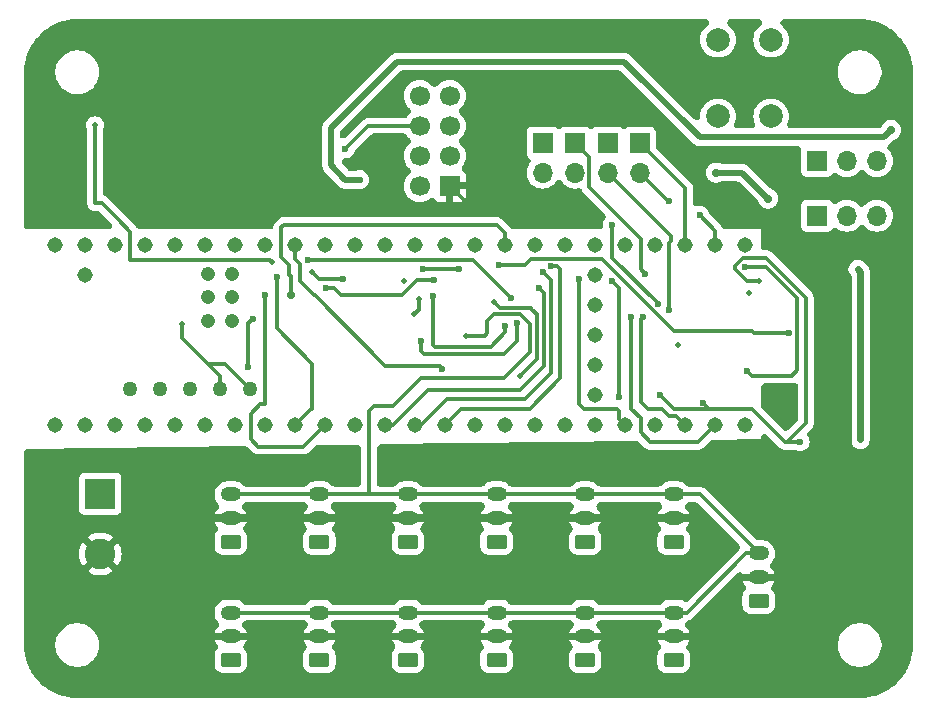
<source format=gbr>
%TF.GenerationSoftware,KiCad,Pcbnew,8.0.7*%
%TF.CreationDate,2024-12-25T21:29:49+07:00*%
%TF.ProjectId,Morphex-PCB,4d6f7270-6865-4782-9d50-43422e6b6963,rev?*%
%TF.SameCoordinates,Original*%
%TF.FileFunction,Copper,L4,Bot*%
%TF.FilePolarity,Positive*%
%FSLAX46Y46*%
G04 Gerber Fmt 4.6, Leading zero omitted, Abs format (unit mm)*
G04 Created by KiCad (PCBNEW 8.0.7) date 2024-12-25 21:29:49*
%MOMM*%
%LPD*%
G01*
G04 APERTURE LIST*
G04 Aperture macros list*
%AMRoundRect*
0 Rectangle with rounded corners*
0 $1 Rounding radius*
0 $2 $3 $4 $5 $6 $7 $8 $9 X,Y pos of 4 corners*
0 Add a 4 corners polygon primitive as box body*
4,1,4,$2,$3,$4,$5,$6,$7,$8,$9,$2,$3,0*
0 Add four circle primitives for the rounded corners*
1,1,$1+$1,$2,$3*
1,1,$1+$1,$4,$5*
1,1,$1+$1,$6,$7*
1,1,$1+$1,$8,$9*
0 Add four rect primitives between the rounded corners*
20,1,$1+$1,$2,$3,$4,$5,0*
20,1,$1+$1,$4,$5,$6,$7,0*
20,1,$1+$1,$6,$7,$8,$9,0*
20,1,$1+$1,$8,$9,$2,$3,0*%
G04 Aperture macros list end*
%TA.AperFunction,ComponentPad*%
%ADD10RoundRect,0.250000X0.625000X-0.350000X0.625000X0.350000X-0.625000X0.350000X-0.625000X-0.350000X0*%
%TD*%
%TA.AperFunction,ComponentPad*%
%ADD11O,1.750000X1.200000*%
%TD*%
%TA.AperFunction,ComponentPad*%
%ADD12R,1.700000X1.700000*%
%TD*%
%TA.AperFunction,ComponentPad*%
%ADD13O,1.700000X1.700000*%
%TD*%
%TA.AperFunction,ComponentPad*%
%ADD14C,1.700000*%
%TD*%
%TA.AperFunction,ComponentPad*%
%ADD15R,2.600000X2.600000*%
%TD*%
%TA.AperFunction,ComponentPad*%
%ADD16C,2.600000*%
%TD*%
%TA.AperFunction,ComponentPad*%
%ADD17C,2.000000*%
%TD*%
%TA.AperFunction,ComponentPad*%
%ADD18C,1.308000*%
%TD*%
%TA.AperFunction,ComponentPad*%
%ADD19C,1.258000*%
%TD*%
%TA.AperFunction,ComponentPad*%
%ADD20C,1.208000*%
%TD*%
%TA.AperFunction,ViaPad*%
%ADD21C,0.500000*%
%TD*%
%TA.AperFunction,ViaPad*%
%ADD22C,0.600000*%
%TD*%
%TA.AperFunction,ViaPad*%
%ADD23C,0.700000*%
%TD*%
%TA.AperFunction,Conductor*%
%ADD24C,0.300000*%
%TD*%
%TA.AperFunction,Conductor*%
%ADD25C,0.600000*%
%TD*%
%TA.AperFunction,Conductor*%
%ADD26C,0.500000*%
%TD*%
G04 APERTURE END LIST*
D10*
%TO.P,servo11,1,Pin_1*%
%TO.N,VCC*%
X173000000Y-127250000D03*
D11*
%TO.P,servo11,2,Pin_2*%
%TO.N,GND*%
X173000000Y-125250000D03*
%TO.P,servo11,3,Pin_3*%
%TO.N,/from_servo*%
X173000000Y-123250000D03*
%TD*%
D10*
%TO.P,servo2,1,Pin_1*%
%TO.N,VCC*%
X173000000Y-117250000D03*
D11*
%TO.P,servo2,2,Pin_2*%
%TO.N,GND*%
X173000000Y-115250000D03*
%TO.P,servo2,3,Pin_3*%
%TO.N,/from_servo*%
X173000000Y-113250000D03*
%TD*%
D12*
%TO.P,3.3V,1,Pin_1*%
%TO.N,+3.3V*%
X185120000Y-85000000D03*
D13*
%TO.P,3.3V,2,Pin_2*%
X187660000Y-85000000D03*
%TO.P,3.3V,3,Pin_3*%
X190200000Y-85000000D03*
%TD*%
D12*
%TO.P,U2,1,GND*%
%TO.N,GND*%
X154040000Y-87120000D03*
D14*
%TO.P,U2,2,VCC*%
%TO.N,+3.3V*%
X151500000Y-87120000D03*
%TO.P,U2,3,CE*%
%TO.N,/NRF_CE*%
X154040000Y-84580000D03*
%TO.P,U2,4,~{CSN}*%
%TO.N,/NRF_CS*%
X151500000Y-84580000D03*
%TO.P,U2,5,SCK*%
%TO.N,/NRF_SCK*%
X154040000Y-82040000D03*
%TO.P,U2,6,MOSI*%
%TO.N,/NRF_MOSI*%
X151500000Y-82040000D03*
%TO.P,U2,7,MISO*%
%TO.N,/NRF_MISO*%
X154040000Y-79500000D03*
%TO.P,U2,8,IRQ*%
%TO.N,unconnected-(U2-IRQ-Pad8)*%
X151500000Y-79500000D03*
%TD*%
D12*
%TO.P,J2,1,Pin_1*%
%TO.N,/tx2*%
X161900000Y-83460000D03*
D13*
%TO.P,J2,2,Pin_2*%
%TO.N,/rx2*%
X161900000Y-86000000D03*
%TD*%
D10*
%TO.P,servo6,1,Pin_1*%
%TO.N,VCC*%
X150500000Y-117250000D03*
D11*
%TO.P,servo6,2,Pin_2*%
%TO.N,GND*%
X150500000Y-115250000D03*
%TO.P,servo6,3,Pin_3*%
%TO.N,/from_servo*%
X150500000Y-113250000D03*
%TD*%
D10*
%TO.P,servo13,1,Pin_1*%
%TO.N,VCC*%
X135500000Y-117250000D03*
D11*
%TO.P,servo13,2,Pin_2*%
%TO.N,GND*%
X135500000Y-115250000D03*
%TO.P,servo13,3,Pin_3*%
%TO.N,/from_servo*%
X135500000Y-113250000D03*
%TD*%
D10*
%TO.P,servo10,1,Pin_1*%
%TO.N,VCC*%
X143000000Y-127250000D03*
D11*
%TO.P,servo10,2,Pin_2*%
%TO.N,GND*%
X143000000Y-125250000D03*
%TO.P,servo10,3,Pin_3*%
%TO.N,/from_servo*%
X143000000Y-123250000D03*
%TD*%
D12*
%TO.P,J5,1,Pin_1*%
%TO.N,/tx8*%
X170150000Y-83460000D03*
D13*
%TO.P,J5,2,Pin_2*%
%TO.N,/rx8*%
X170150000Y-86000000D03*
%TD*%
D15*
%TO.P,Main Terminal,1,Pin_1*%
%TO.N,VCC*%
X124445000Y-113205000D03*
D16*
%TO.P,Main Terminal,2,Pin_2*%
%TO.N,GND*%
X124445000Y-118285000D03*
%TD*%
D12*
%TO.P,J4,1,Pin_1*%
%TO.N,/ctx3*%
X167400000Y-83460000D03*
D13*
%TO.P,J4,2,Pin_2*%
%TO.N,/crx3*%
X167400000Y-86000000D03*
%TD*%
D10*
%TO.P,servo5,1,Pin_1*%
%TO.N,VCC*%
X150500000Y-127250000D03*
D11*
%TO.P,servo5,2,Pin_2*%
%TO.N,GND*%
X150500000Y-125250000D03*
%TO.P,servo5,3,Pin_3*%
%TO.N,/from_servo*%
X150500000Y-123250000D03*
%TD*%
D10*
%TO.P,servo8,1,Pin_1*%
%TO.N,VCC*%
X165500000Y-127250000D03*
D11*
%TO.P,servo8,2,Pin_2*%
%TO.N,GND*%
X165500000Y-125250000D03*
%TO.P,servo8,3,Pin_3*%
%TO.N,/from_servo*%
X165500000Y-123250000D03*
%TD*%
D10*
%TO.P,servo3,1,Pin_1*%
%TO.N,VCC*%
X180200000Y-122250000D03*
D11*
%TO.P,servo3,2,Pin_2*%
%TO.N,GND*%
X180200000Y-120250000D03*
%TO.P,servo3,3,Pin_3*%
%TO.N,/from_servo*%
X180200000Y-118250000D03*
%TD*%
D12*
%TO.P,J3,1,Pin_1*%
%TO.N,/tx7*%
X164650000Y-83460000D03*
D13*
%TO.P,J3,2,Pin_2*%
%TO.N,/rx7*%
X164650000Y-86000000D03*
%TD*%
D10*
%TO.P,servo7,1,Pin_1*%
%TO.N,VCC*%
X165500000Y-117250000D03*
D11*
%TO.P,servo7,2,Pin_2*%
%TO.N,GND*%
X165500000Y-115250000D03*
%TO.P,servo7,3,Pin_3*%
%TO.N,/from_servo*%
X165500000Y-113250000D03*
%TD*%
D17*
%TO.P,SW1,1,1*%
%TO.N,/BUTTON_PIN*%
X176750000Y-81250000D03*
X176750000Y-74750000D03*
%TO.P,SW1,2,2*%
%TO.N,Net-(R4-Pad1)*%
X181250000Y-81250000D03*
X181250000Y-74750000D03*
%TD*%
D10*
%TO.P,servo12,1,Pin_1*%
%TO.N,VCC*%
X158000000Y-127250000D03*
D11*
%TO.P,servo12,2,Pin_2*%
%TO.N,GND*%
X158000000Y-125250000D03*
%TO.P,servo12,3,Pin_3*%
%TO.N,/from_servo*%
X158000000Y-123250000D03*
%TD*%
D10*
%TO.P,servo9,1,Pin_1*%
%TO.N,VCC*%
X135500000Y-127250000D03*
D11*
%TO.P,servo9,2,Pin_2*%
%TO.N,GND*%
X135500000Y-125250000D03*
%TO.P,servo9,3,Pin_3*%
%TO.N,/from_servo*%
X135500000Y-123250000D03*
%TD*%
D10*
%TO.P,servo4,1,Pin_1*%
%TO.N,VCC*%
X143000000Y-117250000D03*
D11*
%TO.P,servo4,2,Pin_2*%
%TO.N,GND*%
X143000000Y-115250000D03*
%TO.P,servo4,3,Pin_3*%
%TO.N,/from_servo*%
X143000000Y-113250000D03*
%TD*%
D12*
%TO.P,5V,1,Pin_1*%
%TO.N,+5V*%
X185120000Y-89650000D03*
D13*
%TO.P,5V,2,Pin_2*%
X187660000Y-89650000D03*
%TO.P,5V,3,Pin_3*%
X190200000Y-89650000D03*
%TD*%
D10*
%TO.P,servo1,1,Pin_1*%
%TO.N,VCC*%
X158000000Y-117250000D03*
D11*
%TO.P,servo1,2,Pin_2*%
%TO.N,GND*%
X158000000Y-115250000D03*
%TO.P,servo1,3,Pin_3*%
%TO.N,/from_servo*%
X158000000Y-113250000D03*
%TD*%
D18*
%TO.P,U1,0,RX1*%
%TO.N,/servo_rx1*%
X123180000Y-107352500D03*
%TO.P,U1,1,TX1*%
%TO.N,/servo_tx1*%
X125720000Y-107352500D03*
%TO.P,U1,2,OUT2*%
%TO.N,unconnected-(U1-OUT2-Pad2)*%
X128260000Y-107352500D03*
%TO.P,U1,3,LRCLK2*%
%TO.N,unconnected-(U1-LRCLK2-Pad3)*%
X130800000Y-107352500D03*
%TO.P,U1,3.3V_1,3.3V*%
%TO.N,Net-(U1-3.3V-Pad3.3V_1)*%
X156200000Y-107352500D03*
%TO.P,U1,3.3V_2,3.3V*%
X125720000Y-92112500D03*
%TO.P,U1,3.3V_3,3.3V*%
X166360000Y-102272500D03*
%TO.P,U1,4,BCLK2*%
%TO.N,unconnected-(U1-BCLK2-Pad4)*%
X133340000Y-107352500D03*
%TO.P,U1,5,IN2*%
%TO.N,unconnected-(U1-IN2-Pad5)*%
X135880000Y-107352500D03*
D19*
%TO.P,U1,5V,5V*%
%TO.N,unconnected-(U1-Pad5V)*%
X126990000Y-104302500D03*
D18*
%TO.P,U1,6,OUT1D*%
%TO.N,unconnected-(U1-OUT1D-Pad6)*%
X138420000Y-107352500D03*
%TO.P,U1,7,RX2*%
%TO.N,/rx2*%
X140960000Y-107352500D03*
%TO.P,U1,8,TX2*%
%TO.N,/tx2*%
X143500000Y-107352500D03*
%TO.P,U1,9,OUT1C*%
%TO.N,unconnected-(U1-OUT1C-Pad9)*%
X146040000Y-107352500D03*
%TO.P,U1,10,CS1*%
%TO.N,/NRF_CS*%
X148580000Y-107352500D03*
%TO.P,U1,11,MOSI*%
%TO.N,/NRF_MOSI*%
X151120000Y-107352500D03*
%TO.P,U1,12,MISO*%
%TO.N,/NRF_MISO*%
X153660000Y-107352500D03*
%TO.P,U1,13,SCK*%
%TO.N,/NRF_SCK*%
X153660000Y-92112500D03*
%TO.P,U1,14,A0*%
%TO.N,/BNO_RESET*%
X151120000Y-92112500D03*
%TO.P,U1,15,A1*%
%TO.N,/BNO_INT*%
X148580000Y-92112500D03*
%TO.P,U1,16,A2*%
%TO.N,unconnected-(U1-A2-Pad16)*%
X146040000Y-92112500D03*
%TO.P,U1,17,A3*%
%TO.N,unconnected-(U1-A3-Pad17)*%
X143500000Y-92112500D03*
%TO.P,U1,18,A4*%
%TO.N,/SDA*%
X140960000Y-92112500D03*
%TO.P,U1,19,A5*%
%TO.N,/SCL*%
X138420000Y-92112500D03*
%TO.P,U1,20,A6*%
%TO.N,unconnected-(U1-A6-Pad20)*%
X135880000Y-92112500D03*
%TO.P,U1,21,A7*%
%TO.N,unconnected-(U1-A7-Pad21)*%
X133340000Y-92112500D03*
%TO.P,U1,22,A8*%
%TO.N,unconnected-(U1-A8-Pad22)*%
X130800000Y-92112500D03*
%TO.P,U1,23,A9*%
%TO.N,unconnected-(U1-A9-Pad23)*%
X128260000Y-92112500D03*
%TO.P,U1,24,A10*%
%TO.N,unconnected-(U1-A10-Pad24)*%
X158740000Y-107352500D03*
%TO.P,U1,25,A11*%
%TO.N,unconnected-(U1-A11-Pad25)*%
X161280000Y-107352500D03*
%TO.P,U1,26,A12*%
%TO.N,unconnected-(U1-A12-Pad26)*%
X163820000Y-107352500D03*
%TO.P,U1,27,A13*%
%TO.N,unconnected-(U1-A13-Pad27)*%
X166360000Y-107352500D03*
%TO.P,U1,28,RX7*%
%TO.N,/rx7*%
X168900000Y-107352500D03*
%TO.P,U1,29,TX7*%
%TO.N,/tx7*%
X171440000Y-107352500D03*
%TO.P,U1,30,CRX3*%
%TO.N,/crx3*%
X173980000Y-107352500D03*
%TO.P,U1,31,CTX3*%
%TO.N,/ctx3*%
X176520000Y-107352500D03*
%TO.P,U1,32,OUT1B*%
%TO.N,unconnected-(U1-OUT1B-Pad32)*%
X179060000Y-107352500D03*
%TO.P,U1,33,MCLK2*%
%TO.N,unconnected-(U1-MCLK2-Pad33)*%
X179060000Y-92112500D03*
%TO.P,U1,34,RX8*%
%TO.N,/rx8*%
X176520000Y-92112500D03*
%TO.P,U1,35,TX8*%
%TO.N,/tx8*%
X173980000Y-92112500D03*
%TO.P,U1,36,CS2*%
%TO.N,unconnected-(U1-CS2-Pad36)*%
X171440000Y-92112500D03*
%TO.P,U1,37,CS3*%
%TO.N,/BUTTON_PIN*%
X168900000Y-92112500D03*
%TO.P,U1,38,A14*%
%TO.N,unconnected-(U1-A14-Pad38)*%
X166360000Y-92112500D03*
%TO.P,U1,39,A15*%
%TO.N,unconnected-(U1-A15-Pad39)*%
X163820000Y-92112500D03*
%TO.P,U1,40,A16*%
%TO.N,/NRF_CE*%
X161280000Y-92112500D03*
%TO.P,U1,41,A17*%
%TO.N,/servo_dir*%
X158740000Y-92112500D03*
D19*
%TO.P,U1,D+,D+*%
%TO.N,unconnected-(U1-PadD+)*%
X132070000Y-104302500D03*
%TO.P,U1,D-,D-*%
%TO.N,unconnected-(U1-PadD-)*%
X129530000Y-104302500D03*
D18*
%TO.P,U1,GND1,GND*%
%TO.N,GND*%
X120640000Y-107352500D03*
%TO.P,U1,GND2,GND*%
X156200000Y-92112500D03*
%TO.P,U1,GND3,GND*%
X123180000Y-92112500D03*
%TO.P,U1,GND4,GND*%
X166360000Y-99732500D03*
D20*
%TO.P,U1,GND5,GND*%
X135610000Y-96562500D03*
%TO.P,U1,LED,LED*%
%TO.N,unconnected-(U1-PadLED)*%
X133610000Y-96562500D03*
D18*
%TO.P,U1,ON/OFF,ON/OFF*%
%TO.N,unconnected-(U1-PadON{slash}OFF)*%
X166360000Y-94652500D03*
%TO.P,U1,PROGRAM,PROGRAM*%
%TO.N,unconnected-(U1-PadPROGRAM)*%
X166360000Y-97192500D03*
D20*
%TO.P,U1,R+,R+*%
%TO.N,unconnected-(U1-PadR+)*%
X133610000Y-94562500D03*
%TO.P,U1,R-,R-*%
%TO.N,unconnected-(U1-PadR-)*%
X135610000Y-94562500D03*
%TO.P,U1,T+,T+*%
%TO.N,unconnected-(U1-PadT+)*%
X135610000Y-98562500D03*
%TO.P,U1,T-,T-*%
%TO.N,unconnected-(U1-PadT-)*%
X133610000Y-98562500D03*
D19*
%TO.P,U1,USB_GND1,USB_GND*%
%TO.N,GND*%
X134610000Y-104302500D03*
%TO.P,U1,USB_GND2,USB_GND*%
X137150000Y-104302500D03*
D18*
%TO.P,U1,VBAT,VBAT*%
%TO.N,unconnected-(U1-PadVBAT)*%
X166360000Y-104812500D03*
%TO.P,U1,VIN,VIN*%
%TO.N,+5V*%
X120640000Y-92112500D03*
%TO.P,U1,VUSB,VUSB*%
%TO.N,unconnected-(U1-PadVUSB)*%
X123180000Y-94652500D03*
%TD*%
D21*
%TO.N,GND*%
X157200000Y-89400000D03*
X187600000Y-94600000D03*
X150200000Y-95200000D03*
X173400000Y-100600000D03*
X183400000Y-114400000D03*
X157800000Y-97000000D03*
X131400000Y-98800000D03*
X182400000Y-106800000D03*
X179400000Y-96200000D03*
X159950000Y-103250000D03*
X185800000Y-81800000D03*
%TO.N,+5V*%
X139000000Y-93600000D03*
X151000000Y-98000000D03*
D22*
X145000000Y-95000000D03*
D23*
X181000000Y-88200000D03*
D21*
X124000000Y-82000000D03*
X151400000Y-96725000D03*
D23*
X176600000Y-86000000D03*
D21*
X142400000Y-94400000D03*
D22*
%TO.N,+3.3V*%
X175500000Y-105500000D03*
D23*
X191400000Y-82400000D03*
D21*
X180200000Y-95200000D03*
D22*
X146400000Y-86600000D03*
X171800000Y-104800000D03*
X137000000Y-102500000D03*
X137375000Y-98375000D03*
X183700000Y-108800000D03*
D21*
%TO.N,VCC*%
X188600000Y-94200000D03*
X188800000Y-108600000D03*
D22*
%TO.N,Net-(IC1-B3)*%
X151565380Y-100234620D03*
X159750000Y-98750000D03*
%TO.N,Net-(IC1-B1)*%
X158750000Y-99000000D03*
X152600000Y-96450000D03*
D23*
%TO.N,/servo_dir*%
X140600000Y-96400000D03*
D21*
%TO.N,/from_servo*%
X155400000Y-99800000D03*
D22*
%TO.N,Net-(U3-~{BOOT_LOAD_PIN})*%
X179000000Y-94000000D03*
X179200000Y-102800000D03*
%TO.N,/BNO_RESET*%
X154800000Y-94200000D03*
X182800000Y-99600000D03*
X151800000Y-94200000D03*
X158200000Y-93800000D03*
%TO.N,/NRF_MOSI*%
X145200000Y-84000000D03*
X161975499Y-94450000D03*
%TO.N,/rx8*%
X172600000Y-88400000D03*
X175200000Y-89600000D03*
%TO.N,/NRF_MISO*%
X162600000Y-93950000D03*
%TO.N,/SDA*%
X153400000Y-102600000D03*
%TO.N,/ctx3*%
X171659620Y-97140380D03*
X167800000Y-90400000D03*
X169400000Y-98200000D03*
%TO.N,/rx2*%
X139400000Y-94800000D03*
%TO.N,/crx3*%
X170400000Y-98200000D03*
X172600000Y-97600000D03*
%TO.N,/NRF_CS*%
X161600000Y-95800000D03*
%TO.N,/SCL*%
X142000000Y-93400000D03*
X159200000Y-96600000D03*
%TO.N,/BNO_INT*%
X143600000Y-95800000D03*
X152700000Y-95100000D03*
%TO.N,/tx2*%
X138400000Y-96400000D03*
%TO.N,/rx7*%
X165000000Y-95000000D03*
%TO.N,/tx7*%
X168400000Y-105000000D03*
X170600000Y-94600000D03*
X167800000Y-95200000D03*
%TD*%
D24*
%TO.N,GND*%
X131400000Y-100000000D02*
X133600000Y-102200000D01*
X161000000Y-97600000D02*
X160900000Y-97500000D01*
X133600000Y-102200000D02*
X135047500Y-102200000D01*
X135047500Y-102200000D02*
X137150000Y-104302500D01*
X154040000Y-87120000D02*
X156320000Y-89400000D01*
D25*
X187800000Y-110000000D02*
X187800000Y-109200000D01*
D24*
X161400000Y-98000000D02*
X161000000Y-97600000D01*
X133600000Y-102200000D02*
X134610000Y-103210000D01*
X160900000Y-97500000D02*
X158300000Y-97500000D01*
X158300000Y-97500000D02*
X157800000Y-97000000D01*
X161400000Y-101800000D02*
X161400000Y-98000000D01*
X156320000Y-89400000D02*
X157200000Y-89400000D01*
D25*
X183400000Y-114400000D02*
X187800000Y-110000000D01*
X187800000Y-94800000D02*
X187600000Y-94600000D01*
X187800000Y-109200000D02*
X187800000Y-94800000D01*
D24*
X134610000Y-103210000D02*
X134610000Y-104302500D01*
X131400000Y-98800000D02*
X131400000Y-100000000D01*
X159950000Y-103250000D02*
X161400000Y-101800000D01*
%TO.N,+5V*%
X143000000Y-95000000D02*
X142400000Y-94400000D01*
X124000000Y-88600000D02*
X124000000Y-82000000D01*
X124600000Y-88600000D02*
X124000000Y-88600000D01*
X151400000Y-97600000D02*
X151000000Y-98000000D01*
X151400000Y-96725000D02*
X151400000Y-97600000D01*
X145000000Y-95000000D02*
X143000000Y-95000000D01*
X138800000Y-93400000D02*
X132000000Y-93400000D01*
X127000000Y-91000000D02*
X126000000Y-90000000D01*
D26*
X181000000Y-88200000D02*
X178800000Y-86000000D01*
D24*
X126000000Y-90000000D02*
X124600000Y-88600000D01*
D26*
X178800000Y-86000000D02*
X176600000Y-86000000D01*
D24*
X132000000Y-93400000D02*
X127000000Y-93400000D01*
X139000000Y-93600000D02*
X138800000Y-93400000D01*
X127000000Y-93400000D02*
X127000000Y-91000000D01*
D26*
%TO.N,+3.3V*%
X190800000Y-83000000D02*
X175200000Y-83000000D01*
X144000000Y-85400000D02*
X145200000Y-86600000D01*
D24*
X182600000Y-108800000D02*
X182400000Y-108800000D01*
X137375000Y-98375000D02*
X137000000Y-98750000D01*
X182400000Y-108800000D02*
X179600000Y-106000000D01*
X137000000Y-98750000D02*
X137000000Y-102500000D01*
D26*
X149600000Y-76600000D02*
X144000000Y-82200000D01*
X145200000Y-86600000D02*
X146400000Y-86600000D01*
X175200000Y-83000000D02*
X168800000Y-76600000D01*
D24*
X184200000Y-96600000D02*
X184200000Y-107200000D01*
D26*
X144000000Y-82200000D02*
X144000000Y-85400000D01*
D24*
X176000000Y-106000000D02*
X175500000Y-105500000D01*
X181000000Y-107400000D02*
X179600000Y-106000000D01*
X180800000Y-93200000D02*
X184200000Y-96600000D01*
X184200000Y-107200000D02*
X182600000Y-108800000D01*
D26*
X168800000Y-76600000D02*
X149600000Y-76600000D01*
D24*
X176250000Y-106000000D02*
X176000000Y-106000000D01*
X183700000Y-108800000D02*
X182600000Y-108800000D01*
X178880761Y-93200000D02*
X180800000Y-93200000D01*
X178200000Y-94200000D02*
X178200000Y-93880761D01*
X180200000Y-95200000D02*
X179200000Y-95200000D01*
D26*
X191400000Y-82400000D02*
X190800000Y-83000000D01*
D24*
X173000000Y-106000000D02*
X176250000Y-106000000D01*
X178200000Y-93880761D02*
X178880761Y-93200000D01*
X171800000Y-104800000D02*
X173000000Y-106000000D01*
X179200000Y-95200000D02*
X178200000Y-94200000D01*
X179600000Y-106000000D02*
X179000000Y-106000000D01*
X179000000Y-106000000D02*
X176250000Y-106000000D01*
D25*
%TO.N,VCC*%
X188800000Y-108600000D02*
X188800000Y-94400000D01*
X188800000Y-94400000D02*
X188600000Y-94200000D01*
D24*
%TO.N,Net-(IC1-B3)*%
X159750000Y-100250000D02*
X159750000Y-98750000D01*
X158600000Y-101400000D02*
X159750000Y-100250000D01*
X151565380Y-101065380D02*
X151900000Y-101400000D01*
X151565380Y-100234620D02*
X151565380Y-101065380D01*
X151900000Y-101400000D02*
X158600000Y-101400000D01*
%TO.N,Net-(IC1-B1)*%
X158750000Y-99500000D02*
X158750000Y-99000000D01*
X157500000Y-100750000D02*
X158750000Y-99500000D01*
X152750000Y-100750000D02*
X157500000Y-100750000D01*
X152600000Y-96450000D02*
X152600000Y-100600000D01*
X152600000Y-100600000D02*
X152750000Y-100750000D01*
%TO.N,/servo_dir*%
X140460000Y-93860000D02*
X140460000Y-94657918D01*
X158000000Y-90400000D02*
X140000000Y-90400000D01*
X139756000Y-93156000D02*
X140460000Y-93860000D01*
X158740000Y-91140000D02*
X158000000Y-90400000D01*
X158740000Y-92112500D02*
X158740000Y-91140000D01*
X140000000Y-90400000D02*
X139756000Y-90644000D01*
X140460000Y-94657918D02*
X140600000Y-94797918D01*
X140600000Y-94797918D02*
X140600000Y-96400000D01*
X139756000Y-90644000D02*
X139756000Y-93156000D01*
%TO.N,/from_servo*%
X149200000Y-105800000D02*
X147600000Y-105800000D01*
X147200000Y-113200000D02*
X146800000Y-113200000D01*
X151600000Y-103400000D02*
X149200000Y-105800000D01*
X174150000Y-123250000D02*
X179150000Y-118250000D01*
X146800000Y-113200000D02*
X146750000Y-113250000D01*
X157000000Y-99800000D02*
X157200000Y-99600000D01*
X157800000Y-98000000D02*
X160000000Y-98000000D01*
X165500000Y-113250000D02*
X173000000Y-113250000D01*
X150500000Y-123250000D02*
X143000000Y-123250000D01*
X165500000Y-123250000D02*
X158000000Y-123250000D01*
X157200000Y-99600000D02*
X157200000Y-98600000D01*
X143000000Y-113250000D02*
X135500000Y-113250000D01*
X157200000Y-98600000D02*
X157800000Y-98000000D01*
X175200000Y-113250000D02*
X180200000Y-118250000D01*
X158000000Y-123250000D02*
X150500000Y-123250000D01*
X173000000Y-113250000D02*
X175200000Y-113250000D01*
X143000000Y-123250000D02*
X135500000Y-123250000D01*
X155400000Y-99800000D02*
X157000000Y-99800000D01*
X160800000Y-101200000D02*
X158600000Y-103400000D01*
X165500000Y-113250000D02*
X158000000Y-113250000D01*
X150500000Y-113250000D02*
X146750000Y-113250000D01*
X179150000Y-118250000D02*
X180200000Y-118250000D01*
X147200000Y-106200000D02*
X147200000Y-113200000D01*
X173000000Y-123250000D02*
X174150000Y-123250000D01*
X150500000Y-113250000D02*
X158000000Y-113250000D01*
X147600000Y-105800000D02*
X147200000Y-106200000D01*
X146750000Y-113250000D02*
X143000000Y-113250000D01*
X160800000Y-98800000D02*
X160800000Y-101200000D01*
X158600000Y-103400000D02*
X151600000Y-103400000D01*
X173000000Y-123250000D02*
X165500000Y-123250000D01*
X160000000Y-98000000D02*
X160800000Y-98800000D01*
%TO.N,Net-(U3-~{BOOT_LOAD_PIN})*%
X183450000Y-96650000D02*
X183450000Y-102750000D01*
X179000000Y-94000000D02*
X180800000Y-94000000D01*
X183000000Y-103200000D02*
X179600000Y-103200000D01*
X183450000Y-102750000D02*
X183000000Y-103200000D01*
X180800000Y-94000000D02*
X183450000Y-96650000D01*
X179600000Y-103200000D02*
X179200000Y-102800000D01*
%TO.N,/BNO_RESET*%
X173000000Y-99400000D02*
X179600000Y-99400000D01*
X158200000Y-93800000D02*
X160400000Y-93800000D01*
X160900000Y-93300000D02*
X166900000Y-93300000D01*
X179600000Y-99400000D02*
X179800000Y-99600000D01*
X179800000Y-99600000D02*
X182800000Y-99600000D01*
X166900000Y-93300000D02*
X173000000Y-99400000D01*
X154800000Y-94200000D02*
X151800000Y-94200000D01*
X160400000Y-93800000D02*
X160900000Y-93300000D01*
%TO.N,/NRF_MOSI*%
X153800000Y-105200000D02*
X151647500Y-107352500D01*
X160400000Y-105200000D02*
X153800000Y-105200000D01*
X162600000Y-103000000D02*
X160400000Y-105200000D01*
X151647500Y-107352500D02*
X151120000Y-107352500D01*
X162600000Y-95074501D02*
X162600000Y-103000000D01*
X145200000Y-84000000D02*
X147160000Y-82040000D01*
X147160000Y-82040000D02*
X151500000Y-82040000D01*
X161975499Y-94450000D02*
X162600000Y-95074501D01*
%TO.N,/rx8*%
X172550000Y-88400000D02*
X172600000Y-88400000D01*
X176520000Y-90920000D02*
X176520000Y-92112500D01*
X170150000Y-86000000D02*
X172550000Y-88400000D01*
X175200000Y-89600000D02*
X176520000Y-90920000D01*
%TO.N,/NRF_MISO*%
X162600000Y-93950000D02*
X163150000Y-93950000D01*
X163400000Y-103400000D02*
X160800000Y-106000000D01*
X155012500Y-106000000D02*
X153660000Y-107352500D01*
X160800000Y-106000000D02*
X155012500Y-106000000D01*
X163150000Y-93950000D02*
X163400000Y-94200000D01*
X163400000Y-94200000D02*
X163400000Y-103400000D01*
%TO.N,/SDA*%
X142580761Y-96400000D02*
X141400000Y-95219239D01*
X141400000Y-93719239D02*
X140960000Y-93279239D01*
X153200000Y-102400000D02*
X148600000Y-102400000D01*
X141400000Y-95219239D02*
X141400000Y-93719239D01*
X153400000Y-102600000D02*
X153200000Y-102400000D01*
X148600000Y-102400000D02*
X142600000Y-96400000D01*
X142600000Y-96400000D02*
X142580761Y-96400000D01*
X140960000Y-93279239D02*
X140960000Y-92112500D01*
%TO.N,/ctx3*%
X171000000Y-108800000D02*
X175072500Y-108800000D01*
X169400000Y-98200000D02*
X169400000Y-106000000D01*
X171659620Y-97140380D02*
X171659620Y-97059620D01*
X169400000Y-106000000D02*
X170200000Y-106800000D01*
X175072500Y-108800000D02*
X176520000Y-107352500D01*
X170200000Y-108000000D02*
X171000000Y-108800000D01*
X171659620Y-97059620D02*
X167800000Y-93200000D01*
X170200000Y-106800000D02*
X170200000Y-108000000D01*
X167800000Y-93200000D02*
X167800000Y-90400000D01*
%TO.N,/rx2*%
X139400000Y-94800000D02*
X139400000Y-99200000D01*
X142400000Y-102200000D02*
X142400000Y-106000000D01*
X142400000Y-106000000D02*
X142312500Y-106000000D01*
X139400000Y-99200000D02*
X142400000Y-102200000D01*
X142312500Y-106000000D02*
X140960000Y-107352500D01*
%TO.N,/crx3*%
X170200000Y-105400000D02*
X170800000Y-106000000D01*
X172600000Y-106600000D02*
X173227500Y-106600000D01*
X167400000Y-86000000D02*
X172800000Y-91400000D01*
X172800000Y-91800000D02*
X172600000Y-92000000D01*
X172000000Y-106000000D02*
X172600000Y-106600000D01*
X170800000Y-106000000D02*
X172000000Y-106000000D01*
X172600000Y-92000000D02*
X172600000Y-97600000D01*
X170200000Y-98400000D02*
X170200000Y-105400000D01*
X173227500Y-106600000D02*
X173980000Y-107352500D01*
X170400000Y-98200000D02*
X170200000Y-98400000D01*
X172800000Y-91400000D02*
X172800000Y-91800000D01*
%TO.N,/NRF_CS*%
X160000000Y-104400000D02*
X152200000Y-104400000D01*
X162000000Y-96200000D02*
X162000000Y-102400000D01*
X162000000Y-102400000D02*
X160000000Y-104400000D01*
X161600000Y-95800000D02*
X162000000Y-96200000D01*
X152200000Y-104400000D02*
X149247500Y-107352500D01*
X149247500Y-107352500D02*
X148580000Y-107352500D01*
%TO.N,/SCL*%
X156000000Y-93400000D02*
X159200000Y-96600000D01*
X142000000Y-93400000D02*
X156000000Y-93400000D01*
%TO.N,/tx8*%
X173980000Y-87290000D02*
X173980000Y-92112500D01*
X170150000Y-83460000D02*
X173980000Y-87290000D01*
%TO.N,/BNO_INT*%
X144800000Y-96400000D02*
X144200000Y-95800000D01*
X144200000Y-95800000D02*
X143600000Y-95800000D01*
X150000000Y-96400000D02*
X144800000Y-96400000D01*
X152700000Y-95100000D02*
X151300000Y-95100000D01*
X151300000Y-95100000D02*
X150000000Y-96400000D01*
%TO.N,/tx2*%
X138000000Y-105600000D02*
X137200000Y-106400000D01*
X138425000Y-96425000D02*
X138425000Y-105575000D01*
X138400000Y-96400000D02*
X138425000Y-96425000D01*
X138425000Y-105575000D02*
X138400000Y-105600000D01*
X137200000Y-108600000D02*
X137800000Y-109200000D01*
X138400000Y-105600000D02*
X138000000Y-105600000D01*
X137200000Y-106400000D02*
X137200000Y-108600000D01*
X137800000Y-109200000D02*
X141652500Y-109200000D01*
X141652500Y-109200000D02*
X143500000Y-107352500D01*
%TO.N,/rx7*%
X168400000Y-106200000D02*
X168400000Y-106852500D01*
X168400000Y-106852500D02*
X168900000Y-107352500D01*
X165000000Y-105600000D02*
X165400000Y-106000000D01*
X165400000Y-106000000D02*
X168200000Y-106000000D01*
X168200000Y-106000000D02*
X168400000Y-106200000D01*
X165000000Y-95000000D02*
X165000000Y-105600000D01*
%TO.N,/tx7*%
X165850000Y-84660000D02*
X165850000Y-87250000D01*
X168400000Y-105000000D02*
X168400000Y-95800000D01*
X168400000Y-95800000D02*
X167800000Y-95200000D01*
X170200000Y-91600000D02*
X170200000Y-94200000D01*
X164650000Y-83460000D02*
X165850000Y-84660000D01*
X170200000Y-94200000D02*
X170600000Y-94600000D01*
X165850000Y-87250000D02*
X170200000Y-91600000D01*
%TD*%
%TA.AperFunction,Conductor*%
%TO.N,GND*%
G36*
X175791845Y-73020691D02*
G01*
X175885269Y-73078536D01*
X175951488Y-73166224D01*
X175981559Y-73271912D01*
X175971420Y-73381325D01*
X175922441Y-73479688D01*
X175867484Y-73535453D01*
X175730256Y-73642262D01*
X175730253Y-73642264D01*
X175561835Y-73825215D01*
X175425828Y-74033390D01*
X175425823Y-74033400D01*
X175325938Y-74261114D01*
X175325936Y-74261119D01*
X175264891Y-74502184D01*
X175244357Y-74750000D01*
X175264891Y-74997815D01*
X175264891Y-74997817D01*
X175264892Y-74997821D01*
X175286243Y-75082134D01*
X175325936Y-75238880D01*
X175325938Y-75238885D01*
X175425823Y-75466599D01*
X175425828Y-75466609D01*
X175561835Y-75674784D01*
X175730253Y-75857735D01*
X175730256Y-75857738D01*
X175926491Y-76010474D01*
X176145191Y-76128829D01*
X176380386Y-76209571D01*
X176625662Y-76250500D01*
X176625665Y-76250500D01*
X176874338Y-76250500D01*
X177058294Y-76219803D01*
X177119614Y-76209571D01*
X177354807Y-76128829D01*
X177354808Y-76128829D01*
X177397493Y-76105729D01*
X177573509Y-76010474D01*
X177769744Y-75857738D01*
X177938164Y-75674785D01*
X178074173Y-75466607D01*
X178174063Y-75238881D01*
X178235108Y-74997821D01*
X178255643Y-74750000D01*
X178235108Y-74502179D01*
X178174063Y-74261119D01*
X178074173Y-74033393D01*
X177938164Y-73825215D01*
X177769744Y-73642262D01*
X177632516Y-73535453D01*
X177559682Y-73453177D01*
X177521487Y-73350147D01*
X177523090Y-73240276D01*
X177564275Y-73138404D01*
X177639479Y-73058289D01*
X177738546Y-73010751D01*
X177816166Y-73000500D01*
X180183834Y-73000500D01*
X180291845Y-73020691D01*
X180385269Y-73078536D01*
X180451488Y-73166224D01*
X180481559Y-73271912D01*
X180471420Y-73381325D01*
X180422441Y-73479688D01*
X180367484Y-73535453D01*
X180230256Y-73642262D01*
X180230253Y-73642264D01*
X180061835Y-73825215D01*
X179925828Y-74033390D01*
X179925823Y-74033400D01*
X179825938Y-74261114D01*
X179825936Y-74261119D01*
X179764891Y-74502184D01*
X179744357Y-74750000D01*
X179764891Y-74997815D01*
X179764891Y-74997817D01*
X179764892Y-74997821D01*
X179786243Y-75082134D01*
X179825936Y-75238880D01*
X179825938Y-75238885D01*
X179925823Y-75466599D01*
X179925828Y-75466609D01*
X180061835Y-75674784D01*
X180230253Y-75857735D01*
X180230256Y-75857738D01*
X180426491Y-76010474D01*
X180645191Y-76128829D01*
X180880386Y-76209571D01*
X181125662Y-76250500D01*
X181125665Y-76250500D01*
X181374338Y-76250500D01*
X181558294Y-76219803D01*
X181619614Y-76209571D01*
X181854807Y-76128829D01*
X181854808Y-76128829D01*
X181897493Y-76105729D01*
X182073509Y-76010474D01*
X182269744Y-75857738D01*
X182438164Y-75674785D01*
X182574173Y-75466607D01*
X182674063Y-75238881D01*
X182735108Y-74997821D01*
X182755643Y-74750000D01*
X182735108Y-74502179D01*
X182674063Y-74261119D01*
X182574173Y-74033393D01*
X182438164Y-73825215D01*
X182269744Y-73642262D01*
X182132516Y-73535453D01*
X182059682Y-73453177D01*
X182021487Y-73350147D01*
X182023090Y-73240276D01*
X182064275Y-73138404D01*
X182139479Y-73058289D01*
X182238546Y-73010751D01*
X182316166Y-73000500D01*
X188684108Y-73000500D01*
X188743486Y-73000500D01*
X188756527Y-73000784D01*
X189129114Y-73017052D01*
X189155091Y-73019324D01*
X189518393Y-73067154D01*
X189544072Y-73071683D01*
X189901819Y-73150994D01*
X189926999Y-73157740D01*
X190276492Y-73267934D01*
X190300959Y-73276839D01*
X190639510Y-73417072D01*
X190663150Y-73428096D01*
X190988172Y-73597292D01*
X191010761Y-73610334D01*
X191319788Y-73807205D01*
X191341154Y-73822165D01*
X191414338Y-73878320D01*
X191631866Y-74045236D01*
X191651847Y-74062003D01*
X191922001Y-74309553D01*
X191940446Y-74327998D01*
X192187996Y-74598152D01*
X192204763Y-74618133D01*
X192427833Y-74908843D01*
X192442794Y-74930211D01*
X192639665Y-75239238D01*
X192652707Y-75261827D01*
X192821903Y-75586849D01*
X192832927Y-75610489D01*
X192903039Y-75779754D01*
X192935341Y-75857738D01*
X192973152Y-75949020D01*
X192982069Y-75973520D01*
X193077838Y-76277262D01*
X193092255Y-76322986D01*
X193099005Y-76348180D01*
X193178316Y-76705927D01*
X193182846Y-76731616D01*
X193230674Y-77094906D01*
X193232947Y-77120890D01*
X193249215Y-77493471D01*
X193249500Y-77506514D01*
X193249500Y-125993485D01*
X193249215Y-126006528D01*
X193232947Y-126379109D01*
X193230674Y-126405093D01*
X193182846Y-126768383D01*
X193178316Y-126794072D01*
X193099005Y-127151819D01*
X193092255Y-127177013D01*
X192982074Y-127526466D01*
X192973152Y-127550979D01*
X192832927Y-127889510D01*
X192821903Y-127913150D01*
X192652707Y-128238172D01*
X192639665Y-128260761D01*
X192442794Y-128569788D01*
X192427833Y-128591156D01*
X192204763Y-128881866D01*
X192187996Y-128901847D01*
X191940446Y-129172001D01*
X191922001Y-129190446D01*
X191651847Y-129437996D01*
X191631866Y-129454763D01*
X191341156Y-129677833D01*
X191319788Y-129692794D01*
X191010761Y-129889665D01*
X190988172Y-129902707D01*
X190663150Y-130071903D01*
X190639510Y-130082927D01*
X190300979Y-130223152D01*
X190276471Y-130232071D01*
X190116837Y-130282404D01*
X189927013Y-130342255D01*
X189901819Y-130349005D01*
X189544072Y-130428316D01*
X189518383Y-130432846D01*
X189155093Y-130480674D01*
X189129109Y-130482947D01*
X188787808Y-130497849D01*
X188756526Y-130499215D01*
X188743486Y-130499500D01*
X122506514Y-130499500D01*
X122493473Y-130499215D01*
X122460266Y-130497765D01*
X122120890Y-130482947D01*
X122094906Y-130480674D01*
X121731616Y-130432846D01*
X121705927Y-130428316D01*
X121348180Y-130349005D01*
X121322986Y-130342255D01*
X121309116Y-130337882D01*
X120973520Y-130232069D01*
X120949028Y-130223155D01*
X120779754Y-130153039D01*
X120610489Y-130082927D01*
X120586849Y-130071903D01*
X120261827Y-129902707D01*
X120239238Y-129889665D01*
X119930211Y-129692794D01*
X119908843Y-129677833D01*
X119618133Y-129454763D01*
X119598152Y-129437996D01*
X119327998Y-129190446D01*
X119309553Y-129172001D01*
X119062003Y-128901847D01*
X119045236Y-128881866D01*
X118822166Y-128591156D01*
X118807205Y-128569788D01*
X118610334Y-128260761D01*
X118597292Y-128238172D01*
X118428096Y-127913150D01*
X118417072Y-127889510D01*
X118276839Y-127550959D01*
X118267934Y-127526492D01*
X118157740Y-127176999D01*
X118150994Y-127151819D01*
X118071683Y-126794072D01*
X118067153Y-126768383D01*
X118019325Y-126405093D01*
X118017052Y-126379108D01*
X118013916Y-126307288D01*
X118000785Y-126006527D01*
X118000500Y-125993485D01*
X118000500Y-125878712D01*
X120649500Y-125878712D01*
X120649500Y-126121288D01*
X120681162Y-126361789D01*
X120699800Y-126431345D01*
X120743947Y-126596104D01*
X120806536Y-126747206D01*
X120825948Y-126794072D01*
X120836777Y-126820214D01*
X120958061Y-127030284D01*
X120958063Y-127030288D01*
X121105729Y-127222731D01*
X121105732Y-127222735D01*
X121105735Y-127222738D01*
X121277262Y-127394265D01*
X121277265Y-127394267D01*
X121277268Y-127394270D01*
X121449550Y-127526466D01*
X121469711Y-127541936D01*
X121679788Y-127663224D01*
X121903900Y-127756054D01*
X122138211Y-127818838D01*
X122350732Y-127846816D01*
X122378711Y-127850500D01*
X122378712Y-127850500D01*
X122621289Y-127850500D01*
X122643986Y-127847511D01*
X122861789Y-127818838D01*
X123096100Y-127756054D01*
X123320212Y-127663224D01*
X123530289Y-127541936D01*
X123722738Y-127394265D01*
X123894265Y-127222738D01*
X124041936Y-127030289D01*
X124163224Y-126820212D01*
X124256054Y-126596100D01*
X124318838Y-126361789D01*
X124350500Y-126121288D01*
X124350500Y-125878712D01*
X124318838Y-125638211D01*
X124256054Y-125403900D01*
X124163224Y-125179788D01*
X124041936Y-124969711D01*
X124026811Y-124950000D01*
X123894270Y-124777268D01*
X123894267Y-124777265D01*
X123894265Y-124777262D01*
X123722738Y-124605735D01*
X123722735Y-124605732D01*
X123722731Y-124605729D01*
X123530288Y-124458063D01*
X123530284Y-124458061D01*
X123320214Y-124336777D01*
X123096104Y-124243947D01*
X123076889Y-124238798D01*
X122861789Y-124181162D01*
X122665595Y-124155333D01*
X122621289Y-124149500D01*
X122621288Y-124149500D01*
X122378712Y-124149500D01*
X122378711Y-124149500D01*
X122334405Y-124155333D01*
X122138211Y-124181162D01*
X122100630Y-124191232D01*
X121903895Y-124243947D01*
X121679785Y-124336777D01*
X121469715Y-124458061D01*
X121469711Y-124458063D01*
X121277268Y-124605729D01*
X121277256Y-124605740D01*
X121105740Y-124777256D01*
X121105729Y-124777268D01*
X120958063Y-124969711D01*
X120958061Y-124969715D01*
X120836777Y-125179785D01*
X120743947Y-125403895D01*
X120708845Y-125534896D01*
X120681162Y-125638211D01*
X120649500Y-125878712D01*
X118000500Y-125878712D01*
X118000500Y-118285000D01*
X122639953Y-118285000D01*
X122660113Y-118554024D01*
X122720147Y-118817053D01*
X122818705Y-119068172D01*
X122953601Y-119301819D01*
X122975922Y-119329810D01*
X123823246Y-118482486D01*
X123868978Y-118592890D01*
X123940112Y-118699351D01*
X124030649Y-118789888D01*
X124137110Y-118861022D01*
X124247511Y-118906752D01*
X123401893Y-119752369D01*
X123542468Y-119848212D01*
X123542478Y-119848217D01*
X123785544Y-119965272D01*
X124043333Y-120044789D01*
X124043345Y-120044792D01*
X124310103Y-120084999D01*
X124310108Y-120085000D01*
X124579892Y-120085000D01*
X124579896Y-120084999D01*
X124846654Y-120044792D01*
X124846666Y-120044789D01*
X125104452Y-119965273D01*
X125347526Y-119848215D01*
X125488104Y-119752368D01*
X124642488Y-118906752D01*
X124752890Y-118861022D01*
X124859351Y-118789888D01*
X124949888Y-118699351D01*
X125021022Y-118592890D01*
X125066752Y-118482488D01*
X125914075Y-119329811D01*
X125914076Y-119329811D01*
X125936395Y-119301825D01*
X126071294Y-119068172D01*
X126169852Y-118817053D01*
X126229886Y-118554024D01*
X126250046Y-118285000D01*
X126229886Y-118015975D01*
X126169852Y-117752946D01*
X126071294Y-117501827D01*
X125936399Y-117268181D01*
X125936398Y-117268179D01*
X125914075Y-117240187D01*
X125066752Y-118087510D01*
X125021022Y-117977110D01*
X124949888Y-117870649D01*
X124859351Y-117780112D01*
X124752890Y-117708978D01*
X124642487Y-117663246D01*
X125488105Y-116817630D01*
X125347518Y-116721779D01*
X125104455Y-116604727D01*
X124846666Y-116525210D01*
X124846654Y-116525207D01*
X124579896Y-116485000D01*
X124310103Y-116485000D01*
X124043345Y-116525207D01*
X124043333Y-116525210D01*
X123785547Y-116604726D01*
X123542483Y-116721779D01*
X123542477Y-116721783D01*
X123401894Y-116817630D01*
X124247511Y-117663247D01*
X124137110Y-117708978D01*
X124030649Y-117780112D01*
X123940112Y-117870649D01*
X123868978Y-117977110D01*
X123823247Y-118087511D01*
X122975922Y-117240186D01*
X122953600Y-117268180D01*
X122818707Y-117501821D01*
X122818705Y-117501826D01*
X122720147Y-117752946D01*
X122660113Y-118015975D01*
X122639953Y-118285000D01*
X118000500Y-118285000D01*
X118000500Y-111857130D01*
X122644500Y-111857130D01*
X122644500Y-114552873D01*
X122650908Y-114612479D01*
X122650910Y-114612489D01*
X122701201Y-114747325D01*
X122701205Y-114747332D01*
X122787452Y-114862544D01*
X122787454Y-114862546D01*
X122902669Y-114948796D01*
X122905897Y-114950000D01*
X123037514Y-114999090D01*
X123037516Y-114999091D01*
X123060419Y-115001553D01*
X123097127Y-115005500D01*
X125792872Y-115005499D01*
X125792873Y-115005499D01*
X125804794Y-115004217D01*
X125852483Y-114999091D01*
X125852487Y-114999089D01*
X125852489Y-114999089D01*
X125919907Y-114973943D01*
X125987331Y-114948796D01*
X126102546Y-114862546D01*
X126188796Y-114747331D01*
X126239091Y-114612483D01*
X126245500Y-114552873D01*
X126245499Y-111857128D01*
X126239091Y-111797517D01*
X126239089Y-111797513D01*
X126239089Y-111797510D01*
X126188798Y-111662674D01*
X126188797Y-111662672D01*
X126188796Y-111662669D01*
X126102546Y-111547454D01*
X126102544Y-111547452D01*
X125987332Y-111461205D01*
X125987331Y-111461204D01*
X125987329Y-111461203D01*
X125987327Y-111461202D01*
X125852485Y-111410909D01*
X125852483Y-111410908D01*
X125792889Y-111404501D01*
X125792876Y-111404500D01*
X125792873Y-111404500D01*
X125792869Y-111404500D01*
X123097126Y-111404500D01*
X123037520Y-111410908D01*
X123037510Y-111410910D01*
X122902674Y-111461201D01*
X122902667Y-111461205D01*
X122787455Y-111547452D01*
X122787452Y-111547455D01*
X122701205Y-111662667D01*
X122701202Y-111662672D01*
X122650909Y-111797514D01*
X122650908Y-111797516D01*
X122644501Y-111857110D01*
X122644500Y-111857130D01*
X118000500Y-111857130D01*
X118000500Y-109690113D01*
X118020691Y-109582102D01*
X118078536Y-109488678D01*
X118166224Y-109422459D01*
X118271912Y-109392388D01*
X118295676Y-109391137D01*
X136708945Y-109156573D01*
X136817205Y-109175387D01*
X136911358Y-109232037D01*
X136924179Y-109244124D01*
X137294724Y-109614669D01*
X137385331Y-109705276D01*
X137491873Y-109776465D01*
X137610256Y-109825501D01*
X137735931Y-109850500D01*
X137735935Y-109850500D01*
X141716565Y-109850500D01*
X141716569Y-109850500D01*
X141842244Y-109825501D01*
X141960627Y-109776465D01*
X142067169Y-109705277D01*
X142606091Y-109166353D01*
X142696740Y-109104258D01*
X142803704Y-109079100D01*
X142813657Y-109078806D01*
X146246693Y-109035073D01*
X146354951Y-109053887D01*
X146449104Y-109110537D01*
X146516434Y-109197375D01*
X146547849Y-109302671D01*
X146549500Y-109334049D01*
X146549500Y-112300500D01*
X146529309Y-112408511D01*
X146471464Y-112501935D01*
X146383776Y-112568154D01*
X146278088Y-112598225D01*
X146250500Y-112599500D01*
X144304692Y-112599500D01*
X144196681Y-112579309D01*
X144103257Y-112521464D01*
X144093267Y-112511925D01*
X143991927Y-112410585D01*
X143851788Y-112308768D01*
X143851780Y-112308763D01*
X143697452Y-112230130D01*
X143697442Y-112230125D01*
X143532702Y-112176598D01*
X143532704Y-112176598D01*
X143361612Y-112149500D01*
X143361611Y-112149500D01*
X142638389Y-112149500D01*
X142638387Y-112149500D01*
X142467296Y-112176598D01*
X142302557Y-112230125D01*
X142302547Y-112230130D01*
X142148219Y-112308763D01*
X142148211Y-112308768D01*
X142008072Y-112410585D01*
X141906733Y-112511925D01*
X141816080Y-112574023D01*
X141709117Y-112599181D01*
X141695308Y-112599500D01*
X136804692Y-112599500D01*
X136696681Y-112579309D01*
X136603257Y-112521464D01*
X136593267Y-112511925D01*
X136491927Y-112410585D01*
X136351788Y-112308768D01*
X136351780Y-112308763D01*
X136197452Y-112230130D01*
X136197442Y-112230125D01*
X136032702Y-112176598D01*
X136032704Y-112176598D01*
X135861612Y-112149500D01*
X135861611Y-112149500D01*
X135138389Y-112149500D01*
X135138387Y-112149500D01*
X134967296Y-112176598D01*
X134802557Y-112230125D01*
X134802547Y-112230130D01*
X134648219Y-112308763D01*
X134648211Y-112308768D01*
X134508072Y-112410585D01*
X134385585Y-112533072D01*
X134283768Y-112673211D01*
X134283763Y-112673219D01*
X134205130Y-112827547D01*
X134205125Y-112827557D01*
X134151598Y-112992296D01*
X134124500Y-113163387D01*
X134124500Y-113336612D01*
X134151598Y-113507703D01*
X134205125Y-113672442D01*
X134205130Y-113672452D01*
X134283763Y-113826780D01*
X134283768Y-113826788D01*
X134385585Y-113966927D01*
X134457586Y-114038928D01*
X134519684Y-114129581D01*
X134544842Y-114236544D01*
X134529661Y-114345373D01*
X134476192Y-114441368D01*
X134457587Y-114461777D01*
X134385969Y-114533395D01*
X134385965Y-114533400D01*
X134284198Y-114673471D01*
X134205588Y-114827752D01*
X134205587Y-114827753D01*
X134165867Y-114949999D01*
X134165868Y-114950000D01*
X135269670Y-114950000D01*
X135199925Y-115019745D01*
X135150556Y-115105255D01*
X135125000Y-115200630D01*
X135125000Y-115299370D01*
X135150556Y-115394745D01*
X135199925Y-115480255D01*
X135269670Y-115550000D01*
X134165868Y-115550000D01*
X134205587Y-115672246D01*
X134205588Y-115672247D01*
X134284198Y-115826527D01*
X134387803Y-115969130D01*
X134434954Y-116068381D01*
X134443069Y-116177964D01*
X134411049Y-116283077D01*
X134357331Y-116356300D01*
X134282288Y-116431343D01*
X134282287Y-116431345D01*
X134190187Y-116580662D01*
X134190183Y-116580670D01*
X134135002Y-116747197D01*
X134135000Y-116747205D01*
X134128062Y-116815116D01*
X134124501Y-116849988D01*
X134124500Y-116849995D01*
X134124500Y-117650011D01*
X134135000Y-117752793D01*
X134135000Y-117752795D01*
X134135001Y-117752797D01*
X134159774Y-117827557D01*
X134190187Y-117919337D01*
X134282287Y-118068654D01*
X134282287Y-118068655D01*
X134406344Y-118192712D01*
X134555662Y-118284812D01*
X134555670Y-118284816D01*
X134711976Y-118336610D01*
X134722203Y-118339999D01*
X134824991Y-118350500D01*
X136175008Y-118350499D01*
X136175011Y-118350499D01*
X136219060Y-118345999D01*
X136277797Y-118339999D01*
X136444334Y-118284814D01*
X136593656Y-118192712D01*
X136717712Y-118068656D01*
X136809814Y-117919334D01*
X136864999Y-117752797D01*
X136875500Y-117650009D01*
X136875499Y-116849992D01*
X136864999Y-116747203D01*
X136809814Y-116580666D01*
X136717712Y-116431344D01*
X136642668Y-116356300D01*
X136580571Y-116265648D01*
X136555413Y-116158685D01*
X136570594Y-116049856D01*
X136612197Y-115969129D01*
X136715801Y-115826528D01*
X136794411Y-115672247D01*
X136794412Y-115672246D01*
X136834132Y-115550000D01*
X135730330Y-115550000D01*
X135800075Y-115480255D01*
X135849444Y-115394745D01*
X135875000Y-115299370D01*
X135875000Y-115200630D01*
X135849444Y-115105255D01*
X135800075Y-115019745D01*
X135730330Y-114950000D01*
X136834132Y-114950000D01*
X136834132Y-114949999D01*
X136794412Y-114827753D01*
X136794411Y-114827752D01*
X136715801Y-114673471D01*
X136614034Y-114533400D01*
X136614031Y-114533396D01*
X136542413Y-114461778D01*
X136480315Y-114371125D01*
X136455157Y-114264162D01*
X136470338Y-114155333D01*
X136523807Y-114059338D01*
X136542404Y-114038937D01*
X136593269Y-113988073D01*
X136683922Y-113925975D01*
X136790886Y-113900819D01*
X136804692Y-113900500D01*
X141695308Y-113900500D01*
X141803319Y-113920691D01*
X141896743Y-113978536D01*
X141906733Y-113988075D01*
X141957586Y-114038928D01*
X142019684Y-114129581D01*
X142044842Y-114236544D01*
X142029661Y-114345373D01*
X141976192Y-114441368D01*
X141957587Y-114461777D01*
X141885969Y-114533395D01*
X141885965Y-114533400D01*
X141784198Y-114673471D01*
X141705588Y-114827752D01*
X141705587Y-114827753D01*
X141665867Y-114949999D01*
X141665868Y-114950000D01*
X142769670Y-114950000D01*
X142699925Y-115019745D01*
X142650556Y-115105255D01*
X142625000Y-115200630D01*
X142625000Y-115299370D01*
X142650556Y-115394745D01*
X142699925Y-115480255D01*
X142769670Y-115550000D01*
X141665868Y-115550000D01*
X141705587Y-115672246D01*
X141705588Y-115672247D01*
X141784198Y-115826527D01*
X141887803Y-115969130D01*
X141934954Y-116068381D01*
X141943069Y-116177964D01*
X141911049Y-116283077D01*
X141857331Y-116356300D01*
X141782288Y-116431343D01*
X141782287Y-116431345D01*
X141690187Y-116580662D01*
X141690183Y-116580670D01*
X141635002Y-116747197D01*
X141635000Y-116747205D01*
X141628062Y-116815116D01*
X141624501Y-116849988D01*
X141624500Y-116849995D01*
X141624500Y-117650011D01*
X141635000Y-117752793D01*
X141635000Y-117752795D01*
X141635001Y-117752797D01*
X141659774Y-117827557D01*
X141690187Y-117919337D01*
X141782287Y-118068654D01*
X141782287Y-118068655D01*
X141906344Y-118192712D01*
X142055662Y-118284812D01*
X142055670Y-118284816D01*
X142211976Y-118336610D01*
X142222203Y-118339999D01*
X142324991Y-118350500D01*
X143675008Y-118350499D01*
X143675011Y-118350499D01*
X143719060Y-118345999D01*
X143777797Y-118339999D01*
X143944334Y-118284814D01*
X144093656Y-118192712D01*
X144217712Y-118068656D01*
X144309814Y-117919334D01*
X144364999Y-117752797D01*
X144375500Y-117650009D01*
X144375499Y-116849992D01*
X144364999Y-116747203D01*
X144309814Y-116580666D01*
X144217712Y-116431344D01*
X144142668Y-116356300D01*
X144080571Y-116265648D01*
X144055413Y-116158685D01*
X144070594Y-116049856D01*
X144112197Y-115969129D01*
X144215801Y-115826528D01*
X144294411Y-115672247D01*
X144294412Y-115672246D01*
X144334132Y-115550000D01*
X143230330Y-115550000D01*
X143300075Y-115480255D01*
X143349444Y-115394745D01*
X143375000Y-115299370D01*
X143375000Y-115200630D01*
X143349444Y-115105255D01*
X143300075Y-115019745D01*
X143230330Y-114950000D01*
X144334132Y-114950000D01*
X144334132Y-114949999D01*
X144294412Y-114827753D01*
X144294411Y-114827752D01*
X144215801Y-114673471D01*
X144114034Y-114533400D01*
X144114031Y-114533396D01*
X144042413Y-114461778D01*
X143980315Y-114371125D01*
X143955157Y-114264162D01*
X143970338Y-114155333D01*
X144023807Y-114059338D01*
X144042404Y-114038937D01*
X144093269Y-113988073D01*
X144183922Y-113925975D01*
X144290886Y-113900819D01*
X144304692Y-113900500D01*
X146685931Y-113900500D01*
X149195308Y-113900500D01*
X149303319Y-113920691D01*
X149396743Y-113978536D01*
X149406733Y-113988075D01*
X149457586Y-114038928D01*
X149519684Y-114129581D01*
X149544842Y-114236544D01*
X149529661Y-114345373D01*
X149476192Y-114441368D01*
X149457587Y-114461777D01*
X149385969Y-114533395D01*
X149385965Y-114533400D01*
X149284198Y-114673471D01*
X149205588Y-114827752D01*
X149205587Y-114827753D01*
X149165867Y-114949999D01*
X149165868Y-114950000D01*
X150269670Y-114950000D01*
X150199925Y-115019745D01*
X150150556Y-115105255D01*
X150125000Y-115200630D01*
X150125000Y-115299370D01*
X150150556Y-115394745D01*
X150199925Y-115480255D01*
X150269670Y-115550000D01*
X149165868Y-115550000D01*
X149205587Y-115672246D01*
X149205588Y-115672247D01*
X149284198Y-115826527D01*
X149387803Y-115969130D01*
X149434954Y-116068381D01*
X149443069Y-116177964D01*
X149411049Y-116283077D01*
X149357331Y-116356300D01*
X149282288Y-116431343D01*
X149282287Y-116431345D01*
X149190187Y-116580662D01*
X149190183Y-116580670D01*
X149135002Y-116747197D01*
X149135000Y-116747205D01*
X149128062Y-116815116D01*
X149124501Y-116849988D01*
X149124500Y-116849995D01*
X149124500Y-117650011D01*
X149135000Y-117752793D01*
X149135000Y-117752795D01*
X149135001Y-117752797D01*
X149159774Y-117827557D01*
X149190187Y-117919337D01*
X149282287Y-118068654D01*
X149282287Y-118068655D01*
X149406344Y-118192712D01*
X149555662Y-118284812D01*
X149555670Y-118284816D01*
X149711976Y-118336610D01*
X149722203Y-118339999D01*
X149824991Y-118350500D01*
X151175008Y-118350499D01*
X151175011Y-118350499D01*
X151219060Y-118345999D01*
X151277797Y-118339999D01*
X151444334Y-118284814D01*
X151593656Y-118192712D01*
X151717712Y-118068656D01*
X151809814Y-117919334D01*
X151864999Y-117752797D01*
X151875500Y-117650009D01*
X151875499Y-116849992D01*
X151864999Y-116747203D01*
X151809814Y-116580666D01*
X151717712Y-116431344D01*
X151642668Y-116356300D01*
X151580571Y-116265648D01*
X151555413Y-116158685D01*
X151570594Y-116049856D01*
X151612197Y-115969129D01*
X151715801Y-115826528D01*
X151794411Y-115672247D01*
X151794412Y-115672246D01*
X151834132Y-115550000D01*
X150730330Y-115550000D01*
X150800075Y-115480255D01*
X150849444Y-115394745D01*
X150875000Y-115299370D01*
X150875000Y-115200630D01*
X150849444Y-115105255D01*
X150800075Y-115019745D01*
X150730330Y-114950000D01*
X151834132Y-114950000D01*
X151834132Y-114949999D01*
X151794412Y-114827753D01*
X151794411Y-114827752D01*
X151715801Y-114673471D01*
X151614034Y-114533400D01*
X151614031Y-114533396D01*
X151542413Y-114461778D01*
X151480315Y-114371125D01*
X151455157Y-114264162D01*
X151470338Y-114155333D01*
X151523807Y-114059338D01*
X151542404Y-114038937D01*
X151593269Y-113988073D01*
X151683922Y-113925975D01*
X151790886Y-113900819D01*
X151804692Y-113900500D01*
X156695308Y-113900500D01*
X156803319Y-113920691D01*
X156896743Y-113978536D01*
X156906733Y-113988075D01*
X156957586Y-114038928D01*
X157019684Y-114129581D01*
X157044842Y-114236544D01*
X157029661Y-114345373D01*
X156976192Y-114441368D01*
X156957587Y-114461777D01*
X156885969Y-114533395D01*
X156885965Y-114533400D01*
X156784198Y-114673471D01*
X156705588Y-114827752D01*
X156705587Y-114827753D01*
X156665867Y-114949999D01*
X156665868Y-114950000D01*
X157769670Y-114950000D01*
X157699925Y-115019745D01*
X157650556Y-115105255D01*
X157625000Y-115200630D01*
X157625000Y-115299370D01*
X157650556Y-115394745D01*
X157699925Y-115480255D01*
X157769670Y-115550000D01*
X156665868Y-115550000D01*
X156705587Y-115672246D01*
X156705588Y-115672247D01*
X156784198Y-115826527D01*
X156887803Y-115969130D01*
X156934954Y-116068381D01*
X156943069Y-116177964D01*
X156911049Y-116283077D01*
X156857331Y-116356300D01*
X156782288Y-116431343D01*
X156782287Y-116431345D01*
X156690187Y-116580662D01*
X156690183Y-116580670D01*
X156635002Y-116747197D01*
X156635000Y-116747205D01*
X156628062Y-116815116D01*
X156624501Y-116849988D01*
X156624500Y-116849995D01*
X156624500Y-117650011D01*
X156635000Y-117752793D01*
X156635000Y-117752795D01*
X156635001Y-117752797D01*
X156659774Y-117827557D01*
X156690187Y-117919337D01*
X156782287Y-118068654D01*
X156782287Y-118068655D01*
X156906344Y-118192712D01*
X157055662Y-118284812D01*
X157055670Y-118284816D01*
X157211976Y-118336610D01*
X157222203Y-118339999D01*
X157324991Y-118350500D01*
X158675008Y-118350499D01*
X158675011Y-118350499D01*
X158719060Y-118345999D01*
X158777797Y-118339999D01*
X158944334Y-118284814D01*
X159093656Y-118192712D01*
X159217712Y-118068656D01*
X159309814Y-117919334D01*
X159364999Y-117752797D01*
X159375500Y-117650009D01*
X159375499Y-116849992D01*
X159364999Y-116747203D01*
X159309814Y-116580666D01*
X159217712Y-116431344D01*
X159142668Y-116356300D01*
X159080571Y-116265648D01*
X159055413Y-116158685D01*
X159070594Y-116049856D01*
X159112197Y-115969129D01*
X159215801Y-115826528D01*
X159294411Y-115672247D01*
X159294412Y-115672246D01*
X159334132Y-115550000D01*
X158230330Y-115550000D01*
X158300075Y-115480255D01*
X158349444Y-115394745D01*
X158375000Y-115299370D01*
X158375000Y-115200630D01*
X158349444Y-115105255D01*
X158300075Y-115019745D01*
X158230330Y-114950000D01*
X159334132Y-114950000D01*
X159334132Y-114949999D01*
X159294412Y-114827753D01*
X159294411Y-114827752D01*
X159215801Y-114673471D01*
X159114034Y-114533400D01*
X159114031Y-114533396D01*
X159042413Y-114461778D01*
X158980315Y-114371125D01*
X158955157Y-114264162D01*
X158970338Y-114155333D01*
X159023807Y-114059338D01*
X159042404Y-114038937D01*
X159093269Y-113988073D01*
X159183922Y-113925975D01*
X159290886Y-113900819D01*
X159304692Y-113900500D01*
X164195308Y-113900500D01*
X164303319Y-113920691D01*
X164396743Y-113978536D01*
X164406733Y-113988075D01*
X164457586Y-114038928D01*
X164519684Y-114129581D01*
X164544842Y-114236544D01*
X164529661Y-114345373D01*
X164476192Y-114441368D01*
X164457587Y-114461777D01*
X164385969Y-114533395D01*
X164385965Y-114533400D01*
X164284198Y-114673471D01*
X164205588Y-114827752D01*
X164205587Y-114827753D01*
X164165867Y-114949999D01*
X164165868Y-114950000D01*
X165269670Y-114950000D01*
X165199925Y-115019745D01*
X165150556Y-115105255D01*
X165125000Y-115200630D01*
X165125000Y-115299370D01*
X165150556Y-115394745D01*
X165199925Y-115480255D01*
X165269670Y-115550000D01*
X164165868Y-115550000D01*
X164205587Y-115672246D01*
X164205588Y-115672247D01*
X164284198Y-115826527D01*
X164387803Y-115969130D01*
X164434954Y-116068381D01*
X164443069Y-116177964D01*
X164411049Y-116283077D01*
X164357331Y-116356300D01*
X164282288Y-116431343D01*
X164282287Y-116431345D01*
X164190187Y-116580662D01*
X164190183Y-116580670D01*
X164135002Y-116747197D01*
X164135000Y-116747205D01*
X164128062Y-116815116D01*
X164124501Y-116849988D01*
X164124500Y-116849995D01*
X164124500Y-117650011D01*
X164135000Y-117752793D01*
X164135000Y-117752795D01*
X164135001Y-117752797D01*
X164159774Y-117827557D01*
X164190187Y-117919337D01*
X164282287Y-118068654D01*
X164282287Y-118068655D01*
X164406344Y-118192712D01*
X164555662Y-118284812D01*
X164555670Y-118284816D01*
X164711976Y-118336610D01*
X164722203Y-118339999D01*
X164824991Y-118350500D01*
X166175008Y-118350499D01*
X166175011Y-118350499D01*
X166219060Y-118345999D01*
X166277797Y-118339999D01*
X166444334Y-118284814D01*
X166593656Y-118192712D01*
X166717712Y-118068656D01*
X166809814Y-117919334D01*
X166864999Y-117752797D01*
X166875500Y-117650009D01*
X166875499Y-116849992D01*
X166864999Y-116747203D01*
X166809814Y-116580666D01*
X166717712Y-116431344D01*
X166642668Y-116356300D01*
X166580571Y-116265648D01*
X166555413Y-116158685D01*
X166570594Y-116049856D01*
X166612197Y-115969129D01*
X166715801Y-115826528D01*
X166794411Y-115672247D01*
X166794412Y-115672246D01*
X166834132Y-115550000D01*
X165730330Y-115550000D01*
X165800075Y-115480255D01*
X165849444Y-115394745D01*
X165875000Y-115299370D01*
X165875000Y-115200630D01*
X165849444Y-115105255D01*
X165800075Y-115019745D01*
X165730330Y-114950000D01*
X166834132Y-114950000D01*
X166834132Y-114949999D01*
X166794412Y-114827753D01*
X166794411Y-114827752D01*
X166715801Y-114673471D01*
X166614034Y-114533400D01*
X166614031Y-114533396D01*
X166542413Y-114461778D01*
X166480315Y-114371125D01*
X166455157Y-114264162D01*
X166470338Y-114155333D01*
X166523807Y-114059338D01*
X166542404Y-114038937D01*
X166593269Y-113988073D01*
X166683922Y-113925975D01*
X166790886Y-113900819D01*
X166804692Y-113900500D01*
X171695308Y-113900500D01*
X171803319Y-113920691D01*
X171896743Y-113978536D01*
X171906733Y-113988075D01*
X171957586Y-114038928D01*
X172019684Y-114129581D01*
X172044842Y-114236544D01*
X172029661Y-114345373D01*
X171976192Y-114441368D01*
X171957587Y-114461777D01*
X171885969Y-114533395D01*
X171885965Y-114533400D01*
X171784198Y-114673471D01*
X171705588Y-114827752D01*
X171705587Y-114827753D01*
X171665867Y-114949999D01*
X171665868Y-114950000D01*
X172769670Y-114950000D01*
X172699925Y-115019745D01*
X172650556Y-115105255D01*
X172625000Y-115200630D01*
X172625000Y-115299370D01*
X172650556Y-115394745D01*
X172699925Y-115480255D01*
X172769670Y-115550000D01*
X171665868Y-115550000D01*
X171705587Y-115672246D01*
X171705588Y-115672247D01*
X171784198Y-115826527D01*
X171887803Y-115969130D01*
X171934954Y-116068381D01*
X171943069Y-116177964D01*
X171911049Y-116283077D01*
X171857331Y-116356300D01*
X171782288Y-116431343D01*
X171782287Y-116431345D01*
X171690187Y-116580662D01*
X171690183Y-116580670D01*
X171635002Y-116747197D01*
X171635000Y-116747205D01*
X171628062Y-116815116D01*
X171624501Y-116849988D01*
X171624500Y-116849995D01*
X171624500Y-117650011D01*
X171635000Y-117752793D01*
X171635000Y-117752795D01*
X171635001Y-117752797D01*
X171659774Y-117827557D01*
X171690187Y-117919337D01*
X171782287Y-118068654D01*
X171782287Y-118068655D01*
X171906344Y-118192712D01*
X172055662Y-118284812D01*
X172055670Y-118284816D01*
X172211976Y-118336610D01*
X172222203Y-118339999D01*
X172324991Y-118350500D01*
X173675008Y-118350499D01*
X173675011Y-118350499D01*
X173719060Y-118345999D01*
X173777797Y-118339999D01*
X173944334Y-118284814D01*
X174093656Y-118192712D01*
X174217712Y-118068656D01*
X174309814Y-117919334D01*
X174364999Y-117752797D01*
X174375500Y-117650009D01*
X174375499Y-116849992D01*
X174364999Y-116747203D01*
X174309814Y-116580666D01*
X174217712Y-116431344D01*
X174142668Y-116356300D01*
X174080571Y-116265648D01*
X174055413Y-116158685D01*
X174070594Y-116049856D01*
X174112197Y-115969129D01*
X174215801Y-115826528D01*
X174294411Y-115672247D01*
X174294412Y-115672246D01*
X174334132Y-115550000D01*
X173230330Y-115550000D01*
X173300075Y-115480255D01*
X173349444Y-115394745D01*
X173375000Y-115299370D01*
X173375000Y-115200630D01*
X173349444Y-115105255D01*
X173300075Y-115019745D01*
X173230330Y-114950000D01*
X174334132Y-114950000D01*
X174334132Y-114949999D01*
X174294412Y-114827753D01*
X174294411Y-114827752D01*
X174215801Y-114673471D01*
X174114034Y-114533400D01*
X174114031Y-114533396D01*
X174042413Y-114461778D01*
X173980315Y-114371125D01*
X173955157Y-114264162D01*
X173970338Y-114155333D01*
X174023807Y-114059338D01*
X174042404Y-114038937D01*
X174093269Y-113988073D01*
X174183922Y-113925975D01*
X174290886Y-113900819D01*
X174304692Y-113900500D01*
X174806704Y-113900500D01*
X174914715Y-113920691D01*
X175008139Y-113978536D01*
X175018129Y-113988075D01*
X178543629Y-117513575D01*
X178605727Y-117604228D01*
X178630885Y-117711191D01*
X178615704Y-117820020D01*
X178562235Y-117916015D01*
X178543629Y-117936425D01*
X174216563Y-122263490D01*
X174125910Y-122325588D01*
X174018947Y-122350746D01*
X173910118Y-122335565D01*
X173862613Y-122313399D01*
X173862256Y-122314101D01*
X173697452Y-122230130D01*
X173697442Y-122230125D01*
X173532702Y-122176598D01*
X173532704Y-122176598D01*
X173361612Y-122149500D01*
X173361611Y-122149500D01*
X172638389Y-122149500D01*
X172638387Y-122149500D01*
X172467296Y-122176598D01*
X172302557Y-122230125D01*
X172302547Y-122230130D01*
X172148219Y-122308763D01*
X172148211Y-122308768D01*
X172008072Y-122410585D01*
X171906733Y-122511925D01*
X171816080Y-122574023D01*
X171709117Y-122599181D01*
X171695308Y-122599500D01*
X166804692Y-122599500D01*
X166696681Y-122579309D01*
X166603257Y-122521464D01*
X166593267Y-122511925D01*
X166491927Y-122410585D01*
X166351788Y-122308768D01*
X166351780Y-122308763D01*
X166197452Y-122230130D01*
X166197442Y-122230125D01*
X166032702Y-122176598D01*
X166032704Y-122176598D01*
X165861612Y-122149500D01*
X165861611Y-122149500D01*
X165138389Y-122149500D01*
X165138387Y-122149500D01*
X164967296Y-122176598D01*
X164802557Y-122230125D01*
X164802547Y-122230130D01*
X164648219Y-122308763D01*
X164648211Y-122308768D01*
X164508072Y-122410585D01*
X164406733Y-122511925D01*
X164316080Y-122574023D01*
X164209117Y-122599181D01*
X164195308Y-122599500D01*
X159304692Y-122599500D01*
X159196681Y-122579309D01*
X159103257Y-122521464D01*
X159093267Y-122511925D01*
X158991927Y-122410585D01*
X158851788Y-122308768D01*
X158851780Y-122308763D01*
X158697452Y-122230130D01*
X158697442Y-122230125D01*
X158532702Y-122176598D01*
X158532704Y-122176598D01*
X158361612Y-122149500D01*
X158361611Y-122149500D01*
X157638389Y-122149500D01*
X157638387Y-122149500D01*
X157467296Y-122176598D01*
X157302557Y-122230125D01*
X157302547Y-122230130D01*
X157148219Y-122308763D01*
X157148211Y-122308768D01*
X157008072Y-122410585D01*
X156906733Y-122511925D01*
X156816080Y-122574023D01*
X156709117Y-122599181D01*
X156695308Y-122599500D01*
X151804692Y-122599500D01*
X151696681Y-122579309D01*
X151603257Y-122521464D01*
X151593267Y-122511925D01*
X151491927Y-122410585D01*
X151351788Y-122308768D01*
X151351780Y-122308763D01*
X151197452Y-122230130D01*
X151197442Y-122230125D01*
X151032702Y-122176598D01*
X151032704Y-122176598D01*
X150861612Y-122149500D01*
X150861611Y-122149500D01*
X150138389Y-122149500D01*
X150138387Y-122149500D01*
X149967296Y-122176598D01*
X149802557Y-122230125D01*
X149802547Y-122230130D01*
X149648219Y-122308763D01*
X149648211Y-122308768D01*
X149508072Y-122410585D01*
X149406733Y-122511925D01*
X149316080Y-122574023D01*
X149209117Y-122599181D01*
X149195308Y-122599500D01*
X144304692Y-122599500D01*
X144196681Y-122579309D01*
X144103257Y-122521464D01*
X144093267Y-122511925D01*
X143991927Y-122410585D01*
X143851788Y-122308768D01*
X143851780Y-122308763D01*
X143697452Y-122230130D01*
X143697442Y-122230125D01*
X143532702Y-122176598D01*
X143532704Y-122176598D01*
X143361612Y-122149500D01*
X143361611Y-122149500D01*
X142638389Y-122149500D01*
X142638387Y-122149500D01*
X142467296Y-122176598D01*
X142302557Y-122230125D01*
X142302547Y-122230130D01*
X142148219Y-122308763D01*
X142148211Y-122308768D01*
X142008072Y-122410585D01*
X141906733Y-122511925D01*
X141816080Y-122574023D01*
X141709117Y-122599181D01*
X141695308Y-122599500D01*
X136804692Y-122599500D01*
X136696681Y-122579309D01*
X136603257Y-122521464D01*
X136593267Y-122511925D01*
X136491927Y-122410585D01*
X136351788Y-122308768D01*
X136351780Y-122308763D01*
X136197452Y-122230130D01*
X136197442Y-122230125D01*
X136032702Y-122176598D01*
X136032704Y-122176598D01*
X135861612Y-122149500D01*
X135861611Y-122149500D01*
X135138389Y-122149500D01*
X135138387Y-122149500D01*
X134967296Y-122176598D01*
X134802557Y-122230125D01*
X134802547Y-122230130D01*
X134648219Y-122308763D01*
X134648211Y-122308768D01*
X134508072Y-122410585D01*
X134385585Y-122533072D01*
X134283768Y-122673211D01*
X134283763Y-122673219D01*
X134205130Y-122827547D01*
X134205125Y-122827557D01*
X134151598Y-122992296D01*
X134124500Y-123163387D01*
X134124500Y-123336612D01*
X134151598Y-123507703D01*
X134205125Y-123672442D01*
X134205130Y-123672452D01*
X134283763Y-123826780D01*
X134283768Y-123826788D01*
X134385585Y-123966927D01*
X134457586Y-124038928D01*
X134519684Y-124129581D01*
X134544842Y-124236544D01*
X134529661Y-124345373D01*
X134476192Y-124441368D01*
X134457587Y-124461777D01*
X134385969Y-124533395D01*
X134385965Y-124533400D01*
X134284198Y-124673471D01*
X134205588Y-124827752D01*
X134205587Y-124827753D01*
X134165867Y-124949999D01*
X134165868Y-124950000D01*
X135269670Y-124950000D01*
X135199925Y-125019745D01*
X135150556Y-125105255D01*
X135125000Y-125200630D01*
X135125000Y-125299370D01*
X135150556Y-125394745D01*
X135199925Y-125480255D01*
X135269670Y-125550000D01*
X134165868Y-125550000D01*
X134205587Y-125672246D01*
X134205588Y-125672247D01*
X134284198Y-125826527D01*
X134387803Y-125969130D01*
X134434954Y-126068381D01*
X134443069Y-126177964D01*
X134411049Y-126283077D01*
X134357331Y-126356300D01*
X134282288Y-126431343D01*
X134282287Y-126431345D01*
X134190187Y-126580662D01*
X134190183Y-126580670D01*
X134135002Y-126747197D01*
X134135000Y-126747205D01*
X134130213Y-126794072D01*
X134124501Y-126849988D01*
X134124500Y-126849995D01*
X134124500Y-127650011D01*
X134135000Y-127752793D01*
X134135000Y-127752795D01*
X134135001Y-127752797D01*
X134156885Y-127818837D01*
X134190187Y-127919337D01*
X134282287Y-128068654D01*
X134282287Y-128068655D01*
X134406344Y-128192712D01*
X134555662Y-128284812D01*
X134555670Y-128284816D01*
X134719335Y-128339048D01*
X134722203Y-128339999D01*
X134824991Y-128350500D01*
X136175008Y-128350499D01*
X136175011Y-128350499D01*
X136219060Y-128345999D01*
X136277797Y-128339999D01*
X136444334Y-128284814D01*
X136593656Y-128192712D01*
X136717712Y-128068656D01*
X136809814Y-127919334D01*
X136864999Y-127752797D01*
X136875500Y-127650009D01*
X136875499Y-126849992D01*
X136864999Y-126747203D01*
X136809814Y-126580666D01*
X136717712Y-126431344D01*
X136642668Y-126356300D01*
X136580571Y-126265648D01*
X136555413Y-126158685D01*
X136570594Y-126049856D01*
X136612197Y-125969129D01*
X136715801Y-125826528D01*
X136794411Y-125672247D01*
X136794412Y-125672246D01*
X136834132Y-125550000D01*
X135730330Y-125550000D01*
X135800075Y-125480255D01*
X135849444Y-125394745D01*
X135875000Y-125299370D01*
X135875000Y-125200630D01*
X135849444Y-125105255D01*
X135800075Y-125019745D01*
X135730330Y-124950000D01*
X136834132Y-124950000D01*
X136834132Y-124949999D01*
X136794412Y-124827753D01*
X136794411Y-124827752D01*
X136715801Y-124673471D01*
X136614034Y-124533400D01*
X136614031Y-124533396D01*
X136542413Y-124461778D01*
X136480315Y-124371125D01*
X136455157Y-124264162D01*
X136470338Y-124155333D01*
X136523807Y-124059338D01*
X136542404Y-124038937D01*
X136593269Y-123988073D01*
X136683922Y-123925975D01*
X136790886Y-123900819D01*
X136804692Y-123900500D01*
X141695308Y-123900500D01*
X141803319Y-123920691D01*
X141896743Y-123978536D01*
X141906733Y-123988075D01*
X141957586Y-124038928D01*
X142019684Y-124129581D01*
X142044842Y-124236544D01*
X142029661Y-124345373D01*
X141976192Y-124441368D01*
X141957587Y-124461777D01*
X141885969Y-124533395D01*
X141885965Y-124533400D01*
X141784198Y-124673471D01*
X141705588Y-124827752D01*
X141705587Y-124827753D01*
X141665867Y-124949999D01*
X141665868Y-124950000D01*
X142769670Y-124950000D01*
X142699925Y-125019745D01*
X142650556Y-125105255D01*
X142625000Y-125200630D01*
X142625000Y-125299370D01*
X142650556Y-125394745D01*
X142699925Y-125480255D01*
X142769670Y-125550000D01*
X141665868Y-125550000D01*
X141705587Y-125672246D01*
X141705588Y-125672247D01*
X141784198Y-125826527D01*
X141887803Y-125969130D01*
X141934954Y-126068381D01*
X141943069Y-126177964D01*
X141911049Y-126283077D01*
X141857331Y-126356300D01*
X141782288Y-126431343D01*
X141782287Y-126431345D01*
X141690187Y-126580662D01*
X141690183Y-126580670D01*
X141635002Y-126747197D01*
X141635000Y-126747205D01*
X141630213Y-126794072D01*
X141624501Y-126849988D01*
X141624500Y-126849995D01*
X141624500Y-127650011D01*
X141635000Y-127752793D01*
X141635000Y-127752795D01*
X141635001Y-127752797D01*
X141656885Y-127818837D01*
X141690187Y-127919337D01*
X141782287Y-128068654D01*
X141782287Y-128068655D01*
X141906344Y-128192712D01*
X142055662Y-128284812D01*
X142055670Y-128284816D01*
X142219335Y-128339048D01*
X142222203Y-128339999D01*
X142324991Y-128350500D01*
X143675008Y-128350499D01*
X143675011Y-128350499D01*
X143719060Y-128345999D01*
X143777797Y-128339999D01*
X143944334Y-128284814D01*
X144093656Y-128192712D01*
X144217712Y-128068656D01*
X144309814Y-127919334D01*
X144364999Y-127752797D01*
X144375500Y-127650009D01*
X144375499Y-126849992D01*
X144364999Y-126747203D01*
X144309814Y-126580666D01*
X144217712Y-126431344D01*
X144142668Y-126356300D01*
X144080571Y-126265648D01*
X144055413Y-126158685D01*
X144070594Y-126049856D01*
X144112197Y-125969129D01*
X144215801Y-125826528D01*
X144294411Y-125672247D01*
X144294412Y-125672246D01*
X144334132Y-125550000D01*
X143230330Y-125550000D01*
X143300075Y-125480255D01*
X143349444Y-125394745D01*
X143375000Y-125299370D01*
X143375000Y-125200630D01*
X143349444Y-125105255D01*
X143300075Y-125019745D01*
X143230330Y-124950000D01*
X144334132Y-124950000D01*
X144334132Y-124949999D01*
X144294412Y-124827753D01*
X144294411Y-124827752D01*
X144215801Y-124673471D01*
X144114034Y-124533400D01*
X144114031Y-124533396D01*
X144042413Y-124461778D01*
X143980315Y-124371125D01*
X143955157Y-124264162D01*
X143970338Y-124155333D01*
X144023807Y-124059338D01*
X144042404Y-124038937D01*
X144093269Y-123988073D01*
X144183922Y-123925975D01*
X144290886Y-123900819D01*
X144304692Y-123900500D01*
X149195308Y-123900500D01*
X149303319Y-123920691D01*
X149396743Y-123978536D01*
X149406733Y-123988075D01*
X149457586Y-124038928D01*
X149519684Y-124129581D01*
X149544842Y-124236544D01*
X149529661Y-124345373D01*
X149476192Y-124441368D01*
X149457587Y-124461777D01*
X149385969Y-124533395D01*
X149385965Y-124533400D01*
X149284198Y-124673471D01*
X149205588Y-124827752D01*
X149205587Y-124827753D01*
X149165867Y-124949999D01*
X149165868Y-124950000D01*
X150269670Y-124950000D01*
X150199925Y-125019745D01*
X150150556Y-125105255D01*
X150125000Y-125200630D01*
X150125000Y-125299370D01*
X150150556Y-125394745D01*
X150199925Y-125480255D01*
X150269670Y-125550000D01*
X149165868Y-125550000D01*
X149205587Y-125672246D01*
X149205588Y-125672247D01*
X149284198Y-125826527D01*
X149387803Y-125969130D01*
X149434954Y-126068381D01*
X149443069Y-126177964D01*
X149411049Y-126283077D01*
X149357331Y-126356300D01*
X149282288Y-126431343D01*
X149282287Y-126431345D01*
X149190187Y-126580662D01*
X149190183Y-126580670D01*
X149135002Y-126747197D01*
X149135000Y-126747205D01*
X149130213Y-126794072D01*
X149124501Y-126849988D01*
X149124500Y-126849995D01*
X149124500Y-127650011D01*
X149135000Y-127752793D01*
X149135000Y-127752795D01*
X149135001Y-127752797D01*
X149156885Y-127818837D01*
X149190187Y-127919337D01*
X149282287Y-128068654D01*
X149282287Y-128068655D01*
X149406344Y-128192712D01*
X149555662Y-128284812D01*
X149555670Y-128284816D01*
X149719335Y-128339048D01*
X149722203Y-128339999D01*
X149824991Y-128350500D01*
X151175008Y-128350499D01*
X151175011Y-128350499D01*
X151219060Y-128345999D01*
X151277797Y-128339999D01*
X151444334Y-128284814D01*
X151593656Y-128192712D01*
X151717712Y-128068656D01*
X151809814Y-127919334D01*
X151864999Y-127752797D01*
X151875500Y-127650009D01*
X151875499Y-126849992D01*
X151864999Y-126747203D01*
X151809814Y-126580666D01*
X151717712Y-126431344D01*
X151642668Y-126356300D01*
X151580571Y-126265648D01*
X151555413Y-126158685D01*
X151570594Y-126049856D01*
X151612197Y-125969129D01*
X151715801Y-125826528D01*
X151794411Y-125672247D01*
X151794412Y-125672246D01*
X151834132Y-125550000D01*
X150730330Y-125550000D01*
X150800075Y-125480255D01*
X150849444Y-125394745D01*
X150875000Y-125299370D01*
X150875000Y-125200630D01*
X150849444Y-125105255D01*
X150800075Y-125019745D01*
X150730330Y-124950000D01*
X151834132Y-124950000D01*
X151834132Y-124949999D01*
X151794412Y-124827753D01*
X151794411Y-124827752D01*
X151715801Y-124673471D01*
X151614034Y-124533400D01*
X151614031Y-124533396D01*
X151542413Y-124461778D01*
X151480315Y-124371125D01*
X151455157Y-124264162D01*
X151470338Y-124155333D01*
X151523807Y-124059338D01*
X151542404Y-124038937D01*
X151593269Y-123988073D01*
X151683922Y-123925975D01*
X151790886Y-123900819D01*
X151804692Y-123900500D01*
X156695308Y-123900500D01*
X156803319Y-123920691D01*
X156896743Y-123978536D01*
X156906733Y-123988075D01*
X156957586Y-124038928D01*
X157019684Y-124129581D01*
X157044842Y-124236544D01*
X157029661Y-124345373D01*
X156976192Y-124441368D01*
X156957587Y-124461777D01*
X156885969Y-124533395D01*
X156885965Y-124533400D01*
X156784198Y-124673471D01*
X156705588Y-124827752D01*
X156705587Y-124827753D01*
X156665867Y-124949999D01*
X156665868Y-124950000D01*
X157769670Y-124950000D01*
X157699925Y-125019745D01*
X157650556Y-125105255D01*
X157625000Y-125200630D01*
X157625000Y-125299370D01*
X157650556Y-125394745D01*
X157699925Y-125480255D01*
X157769670Y-125550000D01*
X156665868Y-125550000D01*
X156705587Y-125672246D01*
X156705588Y-125672247D01*
X156784198Y-125826527D01*
X156887803Y-125969130D01*
X156934954Y-126068381D01*
X156943069Y-126177964D01*
X156911049Y-126283077D01*
X156857331Y-126356300D01*
X156782288Y-126431343D01*
X156782287Y-126431345D01*
X156690187Y-126580662D01*
X156690183Y-126580670D01*
X156635002Y-126747197D01*
X156635000Y-126747205D01*
X156630213Y-126794072D01*
X156624501Y-126849988D01*
X156624500Y-126849995D01*
X156624500Y-127650011D01*
X156635000Y-127752793D01*
X156635000Y-127752795D01*
X156635001Y-127752797D01*
X156656885Y-127818837D01*
X156690187Y-127919337D01*
X156782287Y-128068654D01*
X156782287Y-128068655D01*
X156906344Y-128192712D01*
X157055662Y-128284812D01*
X157055670Y-128284816D01*
X157219335Y-128339048D01*
X157222203Y-128339999D01*
X157324991Y-128350500D01*
X158675008Y-128350499D01*
X158675011Y-128350499D01*
X158719060Y-128345999D01*
X158777797Y-128339999D01*
X158944334Y-128284814D01*
X159093656Y-128192712D01*
X159217712Y-128068656D01*
X159309814Y-127919334D01*
X159364999Y-127752797D01*
X159375500Y-127650009D01*
X159375499Y-126849992D01*
X159364999Y-126747203D01*
X159309814Y-126580666D01*
X159217712Y-126431344D01*
X159142668Y-126356300D01*
X159080571Y-126265648D01*
X159055413Y-126158685D01*
X159070594Y-126049856D01*
X159112197Y-125969129D01*
X159215801Y-125826528D01*
X159294411Y-125672247D01*
X159294412Y-125672246D01*
X159334132Y-125550000D01*
X158230330Y-125550000D01*
X158300075Y-125480255D01*
X158349444Y-125394745D01*
X158375000Y-125299370D01*
X158375000Y-125200630D01*
X158349444Y-125105255D01*
X158300075Y-125019745D01*
X158230330Y-124950000D01*
X159334132Y-124950000D01*
X159334132Y-124949999D01*
X159294412Y-124827753D01*
X159294411Y-124827752D01*
X159215801Y-124673471D01*
X159114034Y-124533400D01*
X159114031Y-124533396D01*
X159042413Y-124461778D01*
X158980315Y-124371125D01*
X158955157Y-124264162D01*
X158970338Y-124155333D01*
X159023807Y-124059338D01*
X159042404Y-124038937D01*
X159093269Y-123988073D01*
X159183922Y-123925975D01*
X159290886Y-123900819D01*
X159304692Y-123900500D01*
X164195308Y-123900500D01*
X164303319Y-123920691D01*
X164396743Y-123978536D01*
X164406733Y-123988075D01*
X164457586Y-124038928D01*
X164519684Y-124129581D01*
X164544842Y-124236544D01*
X164529661Y-124345373D01*
X164476192Y-124441368D01*
X164457587Y-124461777D01*
X164385969Y-124533395D01*
X164385965Y-124533400D01*
X164284198Y-124673471D01*
X164205588Y-124827752D01*
X164205587Y-124827753D01*
X164165867Y-124949999D01*
X164165868Y-124950000D01*
X165269670Y-124950000D01*
X165199925Y-125019745D01*
X165150556Y-125105255D01*
X165125000Y-125200630D01*
X165125000Y-125299370D01*
X165150556Y-125394745D01*
X165199925Y-125480255D01*
X165269670Y-125550000D01*
X164165868Y-125550000D01*
X164205587Y-125672246D01*
X164205588Y-125672247D01*
X164284198Y-125826527D01*
X164387803Y-125969130D01*
X164434954Y-126068381D01*
X164443069Y-126177964D01*
X164411049Y-126283077D01*
X164357331Y-126356300D01*
X164282288Y-126431343D01*
X164282287Y-126431345D01*
X164190187Y-126580662D01*
X164190183Y-126580670D01*
X164135002Y-126747197D01*
X164135000Y-126747205D01*
X164130213Y-126794072D01*
X164124501Y-126849988D01*
X164124500Y-126849995D01*
X164124500Y-127650011D01*
X164135000Y-127752793D01*
X164135000Y-127752795D01*
X164135001Y-127752797D01*
X164156885Y-127818837D01*
X164190187Y-127919337D01*
X164282287Y-128068654D01*
X164282287Y-128068655D01*
X164406344Y-128192712D01*
X164555662Y-128284812D01*
X164555670Y-128284816D01*
X164719335Y-128339048D01*
X164722203Y-128339999D01*
X164824991Y-128350500D01*
X166175008Y-128350499D01*
X166175011Y-128350499D01*
X166219060Y-128345999D01*
X166277797Y-128339999D01*
X166444334Y-128284814D01*
X166593656Y-128192712D01*
X166717712Y-128068656D01*
X166809814Y-127919334D01*
X166864999Y-127752797D01*
X166875500Y-127650009D01*
X166875499Y-126849992D01*
X166864999Y-126747203D01*
X166809814Y-126580666D01*
X166717712Y-126431344D01*
X166642668Y-126356300D01*
X166580571Y-126265648D01*
X166555413Y-126158685D01*
X166570594Y-126049856D01*
X166612197Y-125969129D01*
X166715801Y-125826528D01*
X166794411Y-125672247D01*
X166794412Y-125672246D01*
X166834132Y-125550000D01*
X165730330Y-125550000D01*
X165800075Y-125480255D01*
X165849444Y-125394745D01*
X165875000Y-125299370D01*
X165875000Y-125200630D01*
X165849444Y-125105255D01*
X165800075Y-125019745D01*
X165730330Y-124950000D01*
X166834132Y-124950000D01*
X166834132Y-124949999D01*
X166794412Y-124827753D01*
X166794411Y-124827752D01*
X166715801Y-124673471D01*
X166614034Y-124533400D01*
X166614031Y-124533396D01*
X166542413Y-124461778D01*
X166480315Y-124371125D01*
X166455157Y-124264162D01*
X166470338Y-124155333D01*
X166523807Y-124059338D01*
X166542404Y-124038937D01*
X166593269Y-123988073D01*
X166683922Y-123925975D01*
X166790886Y-123900819D01*
X166804692Y-123900500D01*
X171695308Y-123900500D01*
X171803319Y-123920691D01*
X171896743Y-123978536D01*
X171906733Y-123988075D01*
X171957586Y-124038928D01*
X172019684Y-124129581D01*
X172044842Y-124236544D01*
X172029661Y-124345373D01*
X171976192Y-124441368D01*
X171957587Y-124461777D01*
X171885969Y-124533395D01*
X171885965Y-124533400D01*
X171784198Y-124673471D01*
X171705588Y-124827752D01*
X171705587Y-124827753D01*
X171665867Y-124949999D01*
X171665868Y-124950000D01*
X172769670Y-124950000D01*
X172699925Y-125019745D01*
X172650556Y-125105255D01*
X172625000Y-125200630D01*
X172625000Y-125299370D01*
X172650556Y-125394745D01*
X172699925Y-125480255D01*
X172769670Y-125550000D01*
X171665868Y-125550000D01*
X171705587Y-125672246D01*
X171705588Y-125672247D01*
X171784198Y-125826527D01*
X171887803Y-125969130D01*
X171934954Y-126068381D01*
X171943069Y-126177964D01*
X171911049Y-126283077D01*
X171857331Y-126356300D01*
X171782288Y-126431343D01*
X171782287Y-126431345D01*
X171690187Y-126580662D01*
X171690183Y-126580670D01*
X171635002Y-126747197D01*
X171635000Y-126747205D01*
X171630213Y-126794072D01*
X171624501Y-126849988D01*
X171624500Y-126849995D01*
X171624500Y-127650011D01*
X171635000Y-127752793D01*
X171635000Y-127752795D01*
X171635001Y-127752797D01*
X171656885Y-127818837D01*
X171690187Y-127919337D01*
X171782287Y-128068654D01*
X171782287Y-128068655D01*
X171906344Y-128192712D01*
X172055662Y-128284812D01*
X172055670Y-128284816D01*
X172219335Y-128339048D01*
X172222203Y-128339999D01*
X172324991Y-128350500D01*
X173675008Y-128350499D01*
X173675011Y-128350499D01*
X173719060Y-128345999D01*
X173777797Y-128339999D01*
X173944334Y-128284814D01*
X174093656Y-128192712D01*
X174217712Y-128068656D01*
X174309814Y-127919334D01*
X174364999Y-127752797D01*
X174375500Y-127650009D01*
X174375499Y-126849992D01*
X174364999Y-126747203D01*
X174309814Y-126580666D01*
X174217712Y-126431344D01*
X174142668Y-126356300D01*
X174080571Y-126265648D01*
X174055413Y-126158685D01*
X174070594Y-126049856D01*
X174112197Y-125969129D01*
X174177888Y-125878712D01*
X186899500Y-125878712D01*
X186899500Y-126121288D01*
X186931162Y-126361789D01*
X186949800Y-126431345D01*
X186993947Y-126596104D01*
X187056536Y-126747206D01*
X187075948Y-126794072D01*
X187086777Y-126820214D01*
X187208061Y-127030284D01*
X187208063Y-127030288D01*
X187355729Y-127222731D01*
X187355732Y-127222735D01*
X187355735Y-127222738D01*
X187527262Y-127394265D01*
X187527265Y-127394267D01*
X187527268Y-127394270D01*
X187699550Y-127526466D01*
X187719711Y-127541936D01*
X187929788Y-127663224D01*
X188153900Y-127756054D01*
X188388211Y-127818838D01*
X188600732Y-127846816D01*
X188628711Y-127850500D01*
X188628712Y-127850500D01*
X188871289Y-127850500D01*
X188893986Y-127847511D01*
X189111789Y-127818838D01*
X189346100Y-127756054D01*
X189570212Y-127663224D01*
X189780289Y-127541936D01*
X189972738Y-127394265D01*
X190144265Y-127222738D01*
X190291936Y-127030289D01*
X190413224Y-126820212D01*
X190506054Y-126596100D01*
X190568838Y-126361789D01*
X190600500Y-126121288D01*
X190600500Y-125878712D01*
X190568838Y-125638211D01*
X190506054Y-125403900D01*
X190413224Y-125179788D01*
X190291936Y-124969711D01*
X190276811Y-124950000D01*
X190144270Y-124777268D01*
X190144267Y-124777265D01*
X190144265Y-124777262D01*
X189972738Y-124605735D01*
X189972735Y-124605732D01*
X189972731Y-124605729D01*
X189780288Y-124458063D01*
X189780284Y-124458061D01*
X189570214Y-124336777D01*
X189346104Y-124243947D01*
X189326889Y-124238798D01*
X189111789Y-124181162D01*
X188915595Y-124155333D01*
X188871289Y-124149500D01*
X188871288Y-124149500D01*
X188628712Y-124149500D01*
X188628711Y-124149500D01*
X188584405Y-124155333D01*
X188388211Y-124181162D01*
X188350630Y-124191232D01*
X188153895Y-124243947D01*
X187929785Y-124336777D01*
X187719715Y-124458061D01*
X187719711Y-124458063D01*
X187527268Y-124605729D01*
X187527256Y-124605740D01*
X187355740Y-124777256D01*
X187355729Y-124777268D01*
X187208063Y-124969711D01*
X187208061Y-124969715D01*
X187086777Y-125179785D01*
X186993947Y-125403895D01*
X186958845Y-125534896D01*
X186931162Y-125638211D01*
X186899500Y-125878712D01*
X174177888Y-125878712D01*
X174215801Y-125826528D01*
X174294411Y-125672247D01*
X174294412Y-125672246D01*
X174334132Y-125550000D01*
X173230330Y-125550000D01*
X173300075Y-125480255D01*
X173349444Y-125394745D01*
X173375000Y-125299370D01*
X173375000Y-125200630D01*
X173349444Y-125105255D01*
X173300075Y-125019745D01*
X173230330Y-124950000D01*
X174334132Y-124950000D01*
X174334132Y-124949999D01*
X174294412Y-124827753D01*
X174294411Y-124827752D01*
X174215801Y-124673471D01*
X174114034Y-124533400D01*
X174114031Y-124533396D01*
X174042413Y-124461778D01*
X173980315Y-124371125D01*
X173955157Y-124264162D01*
X173970338Y-124155333D01*
X174023807Y-124059338D01*
X174042402Y-124038939D01*
X174108460Y-123972881D01*
X174199110Y-123910786D01*
X174261545Y-123891056D01*
X174339744Y-123875501D01*
X174458127Y-123826465D01*
X174485614Y-123808099D01*
X174564669Y-123755277D01*
X178409635Y-119910309D01*
X178500285Y-119848214D01*
X178607248Y-119823056D01*
X178716077Y-119838237D01*
X178812072Y-119891706D01*
X178862952Y-119945988D01*
X178865867Y-119950000D01*
X179969670Y-119950000D01*
X179899925Y-120019745D01*
X179850556Y-120105255D01*
X179825000Y-120200630D01*
X179825000Y-120299370D01*
X179850556Y-120394745D01*
X179899925Y-120480255D01*
X179969670Y-120550000D01*
X178865868Y-120550000D01*
X178905587Y-120672246D01*
X178905588Y-120672247D01*
X178984198Y-120826527D01*
X179087803Y-120969130D01*
X179134954Y-121068381D01*
X179143069Y-121177964D01*
X179111049Y-121283077D01*
X179057331Y-121356300D01*
X178982288Y-121431343D01*
X178982287Y-121431345D01*
X178890187Y-121580662D01*
X178890183Y-121580670D01*
X178835002Y-121747197D01*
X178835000Y-121747205D01*
X178828062Y-121815116D01*
X178824501Y-121849988D01*
X178824500Y-121849995D01*
X178824500Y-122650011D01*
X178835000Y-122752793D01*
X178835000Y-122752795D01*
X178835001Y-122752797D01*
X178859774Y-122827557D01*
X178890187Y-122919337D01*
X178982287Y-123068654D01*
X178982287Y-123068655D01*
X179106344Y-123192712D01*
X179255662Y-123284812D01*
X179255670Y-123284816D01*
X179411979Y-123336611D01*
X179422203Y-123339999D01*
X179524991Y-123350500D01*
X180875008Y-123350499D01*
X180875011Y-123350499D01*
X180919060Y-123345999D01*
X180977797Y-123339999D01*
X181144334Y-123284814D01*
X181293656Y-123192712D01*
X181417712Y-123068656D01*
X181509814Y-122919334D01*
X181564999Y-122752797D01*
X181575500Y-122650009D01*
X181575499Y-121849992D01*
X181564999Y-121747203D01*
X181509814Y-121580666D01*
X181417712Y-121431344D01*
X181342668Y-121356300D01*
X181280571Y-121265648D01*
X181255413Y-121158685D01*
X181270594Y-121049856D01*
X181312197Y-120969129D01*
X181415801Y-120826528D01*
X181494411Y-120672247D01*
X181494412Y-120672246D01*
X181534132Y-120550000D01*
X180430330Y-120550000D01*
X180500075Y-120480255D01*
X180549444Y-120394745D01*
X180575000Y-120299370D01*
X180575000Y-120200630D01*
X180549444Y-120105255D01*
X180500075Y-120019745D01*
X180430330Y-119950000D01*
X181534132Y-119950000D01*
X181534132Y-119949999D01*
X181494412Y-119827753D01*
X181494411Y-119827752D01*
X181415801Y-119673471D01*
X181314034Y-119533400D01*
X181314031Y-119533396D01*
X181242413Y-119461778D01*
X181180315Y-119371125D01*
X181155157Y-119264162D01*
X181170338Y-119155333D01*
X181223807Y-119059338D01*
X181242403Y-119038938D01*
X181314414Y-118966928D01*
X181416232Y-118826788D01*
X181494873Y-118672445D01*
X181548402Y-118507701D01*
X181575500Y-118336611D01*
X181575500Y-118163389D01*
X181548402Y-117992299D01*
X181524694Y-117919334D01*
X181494874Y-117827557D01*
X181494869Y-117827547D01*
X181416236Y-117673219D01*
X181416231Y-117673211D01*
X181406617Y-117659979D01*
X181314414Y-117533072D01*
X181191928Y-117410586D01*
X181051788Y-117308768D01*
X181051780Y-117308763D01*
X180897452Y-117230130D01*
X180897442Y-117230125D01*
X180732702Y-117176598D01*
X180732704Y-117176598D01*
X180561612Y-117149500D01*
X180561611Y-117149500D01*
X180143296Y-117149500D01*
X180035285Y-117129309D01*
X179941861Y-117071464D01*
X179931871Y-117061925D01*
X175614667Y-112744721D01*
X175508129Y-112673536D01*
X175508127Y-112673535D01*
X175389746Y-112624499D01*
X175384900Y-112623535D01*
X175384898Y-112623535D01*
X175264069Y-112599500D01*
X175264065Y-112599500D01*
X174304692Y-112599500D01*
X174196681Y-112579309D01*
X174103257Y-112521464D01*
X174093267Y-112511925D01*
X173991927Y-112410585D01*
X173851788Y-112308768D01*
X173851780Y-112308763D01*
X173697452Y-112230130D01*
X173697442Y-112230125D01*
X173532702Y-112176598D01*
X173532704Y-112176598D01*
X173361612Y-112149500D01*
X173361611Y-112149500D01*
X172638389Y-112149500D01*
X172638387Y-112149500D01*
X172467296Y-112176598D01*
X172302557Y-112230125D01*
X172302547Y-112230130D01*
X172148219Y-112308763D01*
X172148211Y-112308768D01*
X172008072Y-112410585D01*
X171906733Y-112511925D01*
X171816080Y-112574023D01*
X171709117Y-112599181D01*
X171695308Y-112599500D01*
X166804692Y-112599500D01*
X166696681Y-112579309D01*
X166603257Y-112521464D01*
X166593267Y-112511925D01*
X166491927Y-112410585D01*
X166351788Y-112308768D01*
X166351780Y-112308763D01*
X166197452Y-112230130D01*
X166197442Y-112230125D01*
X166032702Y-112176598D01*
X166032704Y-112176598D01*
X165861612Y-112149500D01*
X165861611Y-112149500D01*
X165138389Y-112149500D01*
X165138387Y-112149500D01*
X164967296Y-112176598D01*
X164802557Y-112230125D01*
X164802547Y-112230130D01*
X164648219Y-112308763D01*
X164648211Y-112308768D01*
X164508072Y-112410585D01*
X164406733Y-112511925D01*
X164316080Y-112574023D01*
X164209117Y-112599181D01*
X164195308Y-112599500D01*
X159304692Y-112599500D01*
X159196681Y-112579309D01*
X159103257Y-112521464D01*
X159093267Y-112511925D01*
X158991927Y-112410585D01*
X158851788Y-112308768D01*
X158851780Y-112308763D01*
X158697452Y-112230130D01*
X158697442Y-112230125D01*
X158532702Y-112176598D01*
X158532704Y-112176598D01*
X158361612Y-112149500D01*
X158361611Y-112149500D01*
X157638389Y-112149500D01*
X157638387Y-112149500D01*
X157467296Y-112176598D01*
X157302557Y-112230125D01*
X157302547Y-112230130D01*
X157148219Y-112308763D01*
X157148211Y-112308768D01*
X157008072Y-112410585D01*
X156906733Y-112511925D01*
X156816080Y-112574023D01*
X156709117Y-112599181D01*
X156695308Y-112599500D01*
X151804692Y-112599500D01*
X151696681Y-112579309D01*
X151603257Y-112521464D01*
X151593267Y-112511925D01*
X151491927Y-112410585D01*
X151351788Y-112308768D01*
X151351780Y-112308763D01*
X151197452Y-112230130D01*
X151197442Y-112230125D01*
X151032702Y-112176598D01*
X151032704Y-112176598D01*
X150861612Y-112149500D01*
X150861611Y-112149500D01*
X150138389Y-112149500D01*
X150138387Y-112149500D01*
X149967296Y-112176598D01*
X149802557Y-112230125D01*
X149802547Y-112230130D01*
X149648219Y-112308763D01*
X149648211Y-112308768D01*
X149508072Y-112410585D01*
X149406733Y-112511925D01*
X149316080Y-112574023D01*
X149209117Y-112599181D01*
X149195308Y-112599500D01*
X148149500Y-112599500D01*
X148041489Y-112579309D01*
X147948065Y-112521464D01*
X147881846Y-112433776D01*
X147851775Y-112328088D01*
X147850500Y-112300500D01*
X147850500Y-109309858D01*
X147870691Y-109201847D01*
X147928536Y-109108423D01*
X148016224Y-109042204D01*
X148121912Y-109012133D01*
X148145675Y-109010882D01*
X169886303Y-108733932D01*
X169994563Y-108752746D01*
X170088716Y-108809396D01*
X170101537Y-108821483D01*
X170585331Y-109305277D01*
X170660121Y-109355249D01*
X170691873Y-109376465D01*
X170810256Y-109425501D01*
X170935931Y-109450500D01*
X170935935Y-109450500D01*
X175136565Y-109450500D01*
X175136569Y-109450500D01*
X175262244Y-109425501D01*
X175380627Y-109376465D01*
X175412379Y-109355249D01*
X175487169Y-109305277D01*
X176052155Y-108740289D01*
X176142804Y-108678194D01*
X176249768Y-108653036D01*
X176259721Y-108652742D01*
X180400000Y-108600000D01*
X180400000Y-108441796D01*
X180420191Y-108333785D01*
X180478036Y-108240361D01*
X180565724Y-108174142D01*
X180671412Y-108144071D01*
X180780825Y-108154210D01*
X180879188Y-108203189D01*
X180910425Y-108230371D01*
X181985331Y-109305277D01*
X182060121Y-109355249D01*
X182091873Y-109376465D01*
X182210256Y-109425501D01*
X182335931Y-109450500D01*
X182535931Y-109450500D01*
X183144516Y-109450500D01*
X183252527Y-109470691D01*
X183303594Y-109496330D01*
X183350474Y-109525787D01*
X183350476Y-109525788D01*
X183350478Y-109525789D01*
X183520745Y-109585368D01*
X183700000Y-109605565D01*
X183879255Y-109585368D01*
X184049522Y-109525789D01*
X184202262Y-109429816D01*
X184329816Y-109302262D01*
X184425789Y-109149522D01*
X184485368Y-108979255D01*
X184505565Y-108800000D01*
X184485368Y-108620745D01*
X184425789Y-108450478D01*
X184425788Y-108450476D01*
X184425787Y-108450474D01*
X184337977Y-108310726D01*
X184297607Y-108208528D01*
X184296882Y-108098648D01*
X184335899Y-107995926D01*
X184379722Y-107940223D01*
X184705277Y-107614669D01*
X184776465Y-107508127D01*
X184811504Y-107423535D01*
X184825501Y-107389744D01*
X184850500Y-107264069D01*
X184850500Y-96535931D01*
X184825501Y-96410256D01*
X184776465Y-96291873D01*
X184757887Y-96264069D01*
X184757886Y-96264067D01*
X184757886Y-96264066D01*
X184705278Y-96185332D01*
X182641104Y-94121158D01*
X187799500Y-94121158D01*
X187799500Y-94278842D01*
X187830263Y-94433497D01*
X187890606Y-94579179D01*
X187949110Y-94666736D01*
X187992329Y-94767761D01*
X187999500Y-94832851D01*
X187999500Y-108678842D01*
X188030263Y-108833497D01*
X188090606Y-108979179D01*
X188178211Y-109110289D01*
X188289711Y-109221789D01*
X188420821Y-109309394D01*
X188566503Y-109369737D01*
X188721158Y-109400500D01*
X188721162Y-109400500D01*
X188878838Y-109400500D01*
X188878842Y-109400500D01*
X189033497Y-109369737D01*
X189179179Y-109309394D01*
X189310289Y-109221789D01*
X189421789Y-109110289D01*
X189509394Y-108979179D01*
X189569737Y-108833497D01*
X189600500Y-108678842D01*
X189600500Y-94321158D01*
X189596196Y-94299522D01*
X189592082Y-94278840D01*
X189569739Y-94166509D01*
X189569738Y-94166503D01*
X189509394Y-94020821D01*
X189421789Y-93889711D01*
X189110289Y-93578211D01*
X188979179Y-93490606D01*
X188833497Y-93430263D01*
X188833495Y-93430262D01*
X188833494Y-93430262D01*
X188771128Y-93417856D01*
X188678842Y-93399500D01*
X188521158Y-93399500D01*
X188444183Y-93414811D01*
X188366505Y-93430262D01*
X188220821Y-93490606D01*
X188089711Y-93578210D01*
X187978210Y-93689711D01*
X187890606Y-93820821D01*
X187830262Y-93966505D01*
X187807138Y-94082757D01*
X187799500Y-94121158D01*
X182641104Y-94121158D01*
X181214667Y-92694721D01*
X181108129Y-92623536D01*
X181108124Y-92623533D01*
X180989744Y-92574499D01*
X180864069Y-92549500D01*
X180864066Y-92549500D01*
X180699000Y-92549500D01*
X180590989Y-92529309D01*
X180497565Y-92471464D01*
X180431346Y-92383776D01*
X180401275Y-92278088D01*
X180400000Y-92250500D01*
X180400000Y-90800000D01*
X177374175Y-90800000D01*
X177266164Y-90779809D01*
X177172740Y-90721964D01*
X177106521Y-90634276D01*
X177097933Y-90615418D01*
X177096465Y-90611873D01*
X177075122Y-90579931D01*
X177025277Y-90505331D01*
X176057671Y-89537725D01*
X175995573Y-89447072D01*
X175986875Y-89425053D01*
X175956440Y-89338075D01*
X175925797Y-89250500D01*
X175925790Y-89250480D01*
X175925787Y-89250474D01*
X175847442Y-89125789D01*
X175829816Y-89097738D01*
X175702262Y-88970184D01*
X175696937Y-88966838D01*
X175549525Y-88874212D01*
X175549518Y-88874209D01*
X175379255Y-88814632D01*
X175200000Y-88794435D01*
X175020741Y-88814632D01*
X175004375Y-88818368D01*
X175003777Y-88815750D01*
X174919614Y-88828620D01*
X174812330Y-88804869D01*
X174720870Y-88743966D01*
X174657586Y-88654137D01*
X174631026Y-88547513D01*
X174630500Y-88529783D01*
X174630500Y-87225934D01*
X174630500Y-87225931D01*
X174605501Y-87100256D01*
X174556465Y-86981873D01*
X174534849Y-86949522D01*
X174485278Y-86875332D01*
X173609945Y-85999999D01*
X175744815Y-85999999D01*
X175744815Y-86000000D01*
X175763502Y-86177802D01*
X175818749Y-86347833D01*
X175818751Y-86347837D01*
X175908138Y-86502661D01*
X175908139Y-86502662D01*
X175908141Y-86502665D01*
X176027770Y-86635526D01*
X176172407Y-86740612D01*
X176221508Y-86762473D01*
X176335729Y-86813328D01*
X176335732Y-86813328D01*
X176335733Y-86813329D01*
X176510609Y-86850500D01*
X176510610Y-86850500D01*
X176689390Y-86850500D01*
X176689391Y-86850500D01*
X176864267Y-86813329D01*
X176947324Y-86776349D01*
X177054209Y-86750863D01*
X177068938Y-86750500D01*
X178365282Y-86750500D01*
X178473293Y-86770691D01*
X178566717Y-86828536D01*
X178576707Y-86838075D01*
X180135398Y-88396766D01*
X180197496Y-88487419D01*
X180208337Y-88515790D01*
X180218747Y-88547828D01*
X180218753Y-88547841D01*
X180308138Y-88702661D01*
X180308139Y-88702662D01*
X180308141Y-88702665D01*
X180351602Y-88750933D01*
X180409963Y-88815750D01*
X180427770Y-88835526D01*
X180572407Y-88940612D01*
X180621508Y-88962473D01*
X180735729Y-89013328D01*
X180735732Y-89013328D01*
X180735733Y-89013329D01*
X180910609Y-89050500D01*
X180910610Y-89050500D01*
X181089390Y-89050500D01*
X181089391Y-89050500D01*
X181264267Y-89013329D01*
X181264268Y-89013328D01*
X181264270Y-89013328D01*
X181313368Y-88991467D01*
X181427593Y-88940612D01*
X181572230Y-88835526D01*
X181647320Y-88752130D01*
X183769500Y-88752130D01*
X183769500Y-90547873D01*
X183775908Y-90607479D01*
X183775910Y-90607489D01*
X183826201Y-90742325D01*
X183826205Y-90742332D01*
X183912452Y-90857544D01*
X183912453Y-90857545D01*
X183912454Y-90857546D01*
X184027669Y-90943796D01*
X184095093Y-90968943D01*
X184162514Y-90994090D01*
X184162516Y-90994091D01*
X184185419Y-90996553D01*
X184222127Y-91000500D01*
X186017872Y-91000499D01*
X186017873Y-91000499D01*
X186029794Y-90999217D01*
X186077483Y-90994091D01*
X186077487Y-90994089D01*
X186077489Y-90994089D01*
X186144907Y-90968943D01*
X186212331Y-90943796D01*
X186327546Y-90857546D01*
X186395548Y-90766706D01*
X186476440Y-90692340D01*
X186578735Y-90652216D01*
X186688616Y-90651755D01*
X186791244Y-90691019D01*
X186806407Y-90700964D01*
X186982170Y-90824035D01*
X186982175Y-90824037D01*
X186982178Y-90824039D01*
X187048478Y-90854955D01*
X187196337Y-90923903D01*
X187424592Y-90985063D01*
X187635034Y-91003474D01*
X187659999Y-91005659D01*
X187660000Y-91005659D01*
X187660001Y-91005659D01*
X187680597Y-91003856D01*
X187895408Y-90985063D01*
X188123663Y-90923903D01*
X188337830Y-90824035D01*
X188531401Y-90688495D01*
X188698495Y-90521401D01*
X188698501Y-90521391D01*
X188700948Y-90518477D01*
X188703591Y-90516304D01*
X188707726Y-90512170D01*
X188708130Y-90512574D01*
X188785841Y-90448712D01*
X188890204Y-90414325D01*
X188999942Y-90419960D01*
X189100234Y-90464857D01*
X189152207Y-90512236D01*
X189152274Y-90512170D01*
X189153722Y-90513618D01*
X189159052Y-90518477D01*
X189161503Y-90521398D01*
X189161505Y-90521401D01*
X189328599Y-90688495D01*
X189522170Y-90824035D01*
X189522175Y-90824037D01*
X189522178Y-90824039D01*
X189588478Y-90854955D01*
X189736337Y-90923903D01*
X189964592Y-90985063D01*
X190175034Y-91003474D01*
X190199999Y-91005659D01*
X190200000Y-91005659D01*
X190200001Y-91005659D01*
X190220597Y-91003856D01*
X190435408Y-90985063D01*
X190663663Y-90923903D01*
X190877830Y-90824035D01*
X191071401Y-90688495D01*
X191238495Y-90521401D01*
X191374035Y-90327830D01*
X191473903Y-90113663D01*
X191535063Y-89885408D01*
X191555659Y-89650000D01*
X191535063Y-89414592D01*
X191473903Y-89186337D01*
X191410560Y-89050499D01*
X191374038Y-88972176D01*
X191374034Y-88972170D01*
X191372643Y-88970184D01*
X191289395Y-88851292D01*
X191238497Y-88778601D01*
X191071400Y-88611504D01*
X190894188Y-88487419D01*
X190877830Y-88475965D01*
X190877828Y-88475964D01*
X190877821Y-88475960D01*
X190680240Y-88383827D01*
X190663663Y-88376097D01*
X190557730Y-88347712D01*
X190435410Y-88314937D01*
X190200001Y-88294341D01*
X190199999Y-88294341D01*
X189964590Y-88314937D01*
X189964589Y-88314937D01*
X189781109Y-88364100D01*
X189736337Y-88376097D01*
X189736336Y-88376097D01*
X189736334Y-88376098D01*
X189522176Y-88475961D01*
X189522170Y-88475965D01*
X189328601Y-88611502D01*
X189161501Y-88778602D01*
X189159045Y-88781530D01*
X189156402Y-88783701D01*
X189152274Y-88787830D01*
X189151869Y-88787425D01*
X189074149Y-88851292D01*
X188969784Y-88885675D01*
X188860047Y-88880036D01*
X188759757Y-88835135D01*
X188707792Y-88787763D01*
X188707726Y-88787830D01*
X188706284Y-88786388D01*
X188700955Y-88781530D01*
X188698498Y-88778602D01*
X188531400Y-88611504D01*
X188354188Y-88487419D01*
X188337830Y-88475965D01*
X188337828Y-88475964D01*
X188337821Y-88475960D01*
X188140240Y-88383827D01*
X188123663Y-88376097D01*
X188017730Y-88347712D01*
X187895410Y-88314937D01*
X187660001Y-88294341D01*
X187659999Y-88294341D01*
X187424590Y-88314937D01*
X187424589Y-88314937D01*
X187241109Y-88364100D01*
X187196337Y-88376097D01*
X187196336Y-88376097D01*
X187196334Y-88376098D01*
X186982176Y-88475961D01*
X186982170Y-88475965D01*
X186806407Y-88599035D01*
X186706348Y-88644448D01*
X186596641Y-88650649D01*
X186492102Y-88616800D01*
X186406850Y-88547473D01*
X186395548Y-88533293D01*
X186392920Y-88529783D01*
X186327546Y-88442454D01*
X186327544Y-88442452D01*
X186250736Y-88384954D01*
X186212331Y-88356204D01*
X186212329Y-88356203D01*
X186212327Y-88356202D01*
X186077485Y-88305909D01*
X186077483Y-88305908D01*
X186017889Y-88299501D01*
X186017876Y-88299500D01*
X186017873Y-88299500D01*
X186017869Y-88299500D01*
X184222126Y-88299500D01*
X184162520Y-88305908D01*
X184162510Y-88305910D01*
X184027674Y-88356201D01*
X184027667Y-88356205D01*
X183912455Y-88442452D01*
X183912452Y-88442455D01*
X183826205Y-88557667D01*
X183826202Y-88557672D01*
X183775909Y-88692514D01*
X183775908Y-88692516D01*
X183769501Y-88752110D01*
X183769500Y-88752130D01*
X181647320Y-88752130D01*
X181691859Y-88702665D01*
X181781250Y-88547835D01*
X181836497Y-88377803D01*
X181855185Y-88200000D01*
X181836497Y-88022197D01*
X181781250Y-87852165D01*
X181728382Y-87760595D01*
X181691861Y-87697338D01*
X181691860Y-87697337D01*
X181691859Y-87697335D01*
X181572230Y-87564474D01*
X181427593Y-87459388D01*
X181427590Y-87459386D01*
X181427588Y-87459385D01*
X181427588Y-87459384D01*
X181285642Y-87396187D01*
X181195830Y-87334462D01*
X179278416Y-85417048D01*
X179188754Y-85357139D01*
X179155495Y-85334916D01*
X179155494Y-85334915D01*
X179155492Y-85334914D01*
X179018913Y-85278342D01*
X178873918Y-85249500D01*
X178873915Y-85249500D01*
X177068938Y-85249500D01*
X176960927Y-85229309D01*
X176947332Y-85223654D01*
X176864267Y-85186671D01*
X176689391Y-85149500D01*
X176510609Y-85149500D01*
X176510608Y-85149500D01*
X176335732Y-85186671D01*
X176172407Y-85259388D01*
X176027767Y-85364476D01*
X175908139Y-85497337D01*
X175908138Y-85497338D01*
X175818751Y-85652162D01*
X175818749Y-85652166D01*
X175763502Y-85822197D01*
X175744815Y-85999999D01*
X173609945Y-85999999D01*
X171588074Y-83978128D01*
X171525976Y-83887475D01*
X171500818Y-83780512D01*
X171500499Y-83766703D01*
X171500499Y-82562126D01*
X171495114Y-82512032D01*
X171494091Y-82502517D01*
X171494089Y-82502513D01*
X171494089Y-82502510D01*
X171443798Y-82367674D01*
X171443797Y-82367672D01*
X171443796Y-82367669D01*
X171374729Y-82275408D01*
X171357547Y-82252455D01*
X171357544Y-82252452D01*
X171280736Y-82194954D01*
X171242331Y-82166204D01*
X171242329Y-82166203D01*
X171242327Y-82166202D01*
X171107485Y-82115909D01*
X171107483Y-82115908D01*
X171047889Y-82109501D01*
X171047876Y-82109500D01*
X171047873Y-82109500D01*
X171047869Y-82109500D01*
X169252126Y-82109500D01*
X169192520Y-82115908D01*
X169192510Y-82115910D01*
X169057674Y-82166201D01*
X169057668Y-82166204D01*
X168954184Y-82243672D01*
X168855617Y-82292237D01*
X168746162Y-82301916D01*
X168640601Y-82271402D01*
X168595816Y-82243672D01*
X168492331Y-82166204D01*
X168492327Y-82166202D01*
X168357485Y-82115909D01*
X168357483Y-82115908D01*
X168297889Y-82109501D01*
X168297876Y-82109500D01*
X168297873Y-82109500D01*
X168297869Y-82109500D01*
X166502126Y-82109500D01*
X166442520Y-82115908D01*
X166442510Y-82115910D01*
X166307674Y-82166201D01*
X166307668Y-82166204D01*
X166204184Y-82243672D01*
X166105617Y-82292237D01*
X165996162Y-82301916D01*
X165890601Y-82271402D01*
X165845816Y-82243672D01*
X165742331Y-82166204D01*
X165742327Y-82166202D01*
X165607485Y-82115909D01*
X165607483Y-82115908D01*
X165547889Y-82109501D01*
X165547876Y-82109500D01*
X165547873Y-82109500D01*
X165547869Y-82109500D01*
X163752126Y-82109500D01*
X163692520Y-82115908D01*
X163692510Y-82115910D01*
X163557674Y-82166201D01*
X163557668Y-82166204D01*
X163454184Y-82243672D01*
X163355617Y-82292237D01*
X163246162Y-82301916D01*
X163140601Y-82271402D01*
X163095816Y-82243672D01*
X162992331Y-82166204D01*
X162992327Y-82166202D01*
X162857485Y-82115909D01*
X162857483Y-82115908D01*
X162797889Y-82109501D01*
X162797876Y-82109500D01*
X162797873Y-82109500D01*
X162797869Y-82109500D01*
X161002126Y-82109500D01*
X160942520Y-82115908D01*
X160942510Y-82115910D01*
X160807674Y-82166201D01*
X160807667Y-82166205D01*
X160692455Y-82252452D01*
X160692452Y-82252455D01*
X160606205Y-82367667D01*
X160606202Y-82367672D01*
X160555909Y-82502514D01*
X160555908Y-82502516D01*
X160549501Y-82562110D01*
X160549500Y-82562130D01*
X160549500Y-84357873D01*
X160555908Y-84417479D01*
X160555910Y-84417489D01*
X160606201Y-84552325D01*
X160606205Y-84552332D01*
X160692452Y-84667544D01*
X160692454Y-84667546D01*
X160783293Y-84735548D01*
X160857660Y-84816440D01*
X160897784Y-84918735D01*
X160898245Y-85028616D01*
X160858981Y-85131244D01*
X160849035Y-85146407D01*
X160725965Y-85322170D01*
X160725961Y-85322176D01*
X160626098Y-85536334D01*
X160564937Y-85764589D01*
X160564937Y-85764590D01*
X160544341Y-85999999D01*
X160544341Y-86000000D01*
X160564937Y-86235409D01*
X160564937Y-86235410D01*
X160580581Y-86293794D01*
X160620338Y-86442171D01*
X160626098Y-86463665D01*
X160626098Y-86463666D01*
X160725960Y-86677821D01*
X160725964Y-86677828D01*
X160725965Y-86677830D01*
X160769926Y-86740613D01*
X160861503Y-86871399D01*
X160861505Y-86871401D01*
X161028599Y-87038495D01*
X161222170Y-87174035D01*
X161222175Y-87174037D01*
X161222178Y-87174039D01*
X161263038Y-87193092D01*
X161436337Y-87273903D01*
X161664592Y-87335063D01*
X161875034Y-87353474D01*
X161899999Y-87355659D01*
X161900000Y-87355659D01*
X161900001Y-87355659D01*
X161920597Y-87353856D01*
X162135408Y-87335063D01*
X162363663Y-87273903D01*
X162577830Y-87174035D01*
X162771401Y-87038495D01*
X162938495Y-86871401D01*
X163030075Y-86740612D01*
X163108565Y-86663717D01*
X163209534Y-86620367D01*
X163319346Y-86616419D01*
X163423168Y-86652406D01*
X163506979Y-86723468D01*
X163519927Y-86740614D01*
X163611502Y-86871397D01*
X163611503Y-86871399D01*
X163611504Y-86871400D01*
X163611505Y-86871401D01*
X163778599Y-87038495D01*
X163972170Y-87174035D01*
X163972175Y-87174037D01*
X163972178Y-87174039D01*
X164013038Y-87193092D01*
X164186337Y-87273903D01*
X164414592Y-87335063D01*
X164625034Y-87353474D01*
X164649999Y-87355659D01*
X164650000Y-87355659D01*
X164650001Y-87355659D01*
X164670597Y-87353856D01*
X164885408Y-87335063D01*
X164898310Y-87331606D01*
X165007867Y-87323152D01*
X165113079Y-87354846D01*
X165199737Y-87422406D01*
X165251939Y-87505991D01*
X165273535Y-87558128D01*
X165273536Y-87558129D01*
X165344721Y-87664667D01*
X167162563Y-89482509D01*
X167224661Y-89573162D01*
X167249819Y-89680125D01*
X167234638Y-89788954D01*
X167181169Y-89884949D01*
X167174892Y-89891834D01*
X167170182Y-89897740D01*
X167074212Y-90050474D01*
X167074209Y-90050481D01*
X167014632Y-90220744D01*
X167001661Y-90335871D01*
X166994435Y-90400000D01*
X167000548Y-90454255D01*
X167002043Y-90467523D01*
X166994072Y-90577116D01*
X166947051Y-90676429D01*
X166867328Y-90752049D01*
X166765672Y-90793764D01*
X166704923Y-90800000D01*
X159443796Y-90800000D01*
X159335785Y-90779809D01*
X159242361Y-90721964D01*
X159232371Y-90712425D01*
X158414667Y-89894721D01*
X158308129Y-89823536D01*
X158308124Y-89823533D01*
X158189744Y-89774499D01*
X158064069Y-89749500D01*
X139935931Y-89749500D01*
X139841674Y-89768249D01*
X139810255Y-89774499D01*
X139691875Y-89823533D01*
X139691870Y-89823536D01*
X139585332Y-89894721D01*
X139250723Y-90229330D01*
X139211669Y-90287781D01*
X139211667Y-90287784D01*
X139179535Y-90335871D01*
X139179533Y-90335875D01*
X139132795Y-90448712D01*
X139130499Y-90454256D01*
X139111878Y-90547872D01*
X139109598Y-90559332D01*
X139068723Y-90661329D01*
X138993763Y-90741673D01*
X138894841Y-90789512D01*
X138816343Y-90800000D01*
X127808533Y-90800000D01*
X127700522Y-90779809D01*
X127607098Y-90721964D01*
X127559924Y-90667116D01*
X127505276Y-90585330D01*
X125014667Y-88094721D01*
X124908129Y-88023536D01*
X124908125Y-88023534D01*
X124835075Y-87993275D01*
X124743013Y-87933286D01*
X124678838Y-87844092D01*
X124651218Y-87737738D01*
X124650500Y-87717036D01*
X124650500Y-82458139D01*
X124670691Y-82350128D01*
X124680110Y-82328408D01*
X124680457Y-82327687D01*
X124700152Y-82271402D01*
X124736313Y-82168059D01*
X124741043Y-82126082D01*
X143249500Y-82126082D01*
X143249500Y-85473918D01*
X143278259Y-85618495D01*
X143278342Y-85618913D01*
X143334915Y-85755494D01*
X143334917Y-85755497D01*
X143360935Y-85794436D01*
X143360937Y-85794438D01*
X143417048Y-85878416D01*
X144617049Y-87078416D01*
X144721584Y-87182951D01*
X144844505Y-87265084D01*
X144981087Y-87321658D01*
X145126082Y-87350500D01*
X146070296Y-87350500D01*
X146169049Y-87367279D01*
X146181951Y-87371793D01*
X146220745Y-87385368D01*
X146400000Y-87405565D01*
X146579255Y-87385368D01*
X146749522Y-87325789D01*
X146902262Y-87229816D01*
X147029816Y-87102262D01*
X147125789Y-86949522D01*
X147185368Y-86779255D01*
X147205565Y-86600000D01*
X147185368Y-86420745D01*
X147125789Y-86250478D01*
X147125788Y-86250476D01*
X147125787Y-86250474D01*
X147029817Y-86097740D01*
X147029816Y-86097738D01*
X146902262Y-85970184D01*
X146882058Y-85957489D01*
X146749525Y-85874212D01*
X146749518Y-85874209D01*
X146579255Y-85814632D01*
X146400000Y-85794435D01*
X146220744Y-85814632D01*
X146169049Y-85832721D01*
X146070296Y-85849500D01*
X145634717Y-85849500D01*
X145526706Y-85829309D01*
X145433282Y-85771464D01*
X145423292Y-85761925D01*
X144977358Y-85315990D01*
X144915259Y-85225337D01*
X144890102Y-85118374D01*
X144905283Y-85009545D01*
X144958752Y-84913550D01*
X145043289Y-84843352D01*
X145147475Y-84808432D01*
X145188783Y-84805565D01*
X145200000Y-84805565D01*
X145379255Y-84785368D01*
X145549522Y-84725789D01*
X145702262Y-84629816D01*
X145829816Y-84502262D01*
X145925789Y-84349522D01*
X145985368Y-84179255D01*
X145985368Y-84179253D01*
X145986876Y-84174944D01*
X146041607Y-84079663D01*
X146057659Y-84062285D01*
X147341871Y-82778075D01*
X147432524Y-82715977D01*
X147539487Y-82690819D01*
X147553296Y-82690500D01*
X150151179Y-82690500D01*
X150259190Y-82710691D01*
X150352614Y-82768536D01*
X150396106Y-82818001D01*
X150461505Y-82911401D01*
X150628602Y-83078498D01*
X150631530Y-83080955D01*
X150633701Y-83083597D01*
X150637830Y-83087726D01*
X150637425Y-83088130D01*
X150701292Y-83165851D01*
X150735675Y-83270216D01*
X150730036Y-83379953D01*
X150685135Y-83480243D01*
X150637763Y-83532207D01*
X150637830Y-83532274D01*
X150636388Y-83533715D01*
X150631530Y-83539045D01*
X150628602Y-83541501D01*
X150461502Y-83708601D01*
X150325965Y-83902170D01*
X150325961Y-83902176D01*
X150230000Y-84107967D01*
X150226097Y-84116337D01*
X150222811Y-84128601D01*
X150164937Y-84344589D01*
X150164937Y-84344590D01*
X150144341Y-84579999D01*
X150144341Y-84580000D01*
X150164937Y-84815409D01*
X150164937Y-84815410D01*
X150172424Y-84843352D01*
X150222065Y-85028616D01*
X150226098Y-85043665D01*
X150226098Y-85043666D01*
X150325960Y-85257821D01*
X150325964Y-85257828D01*
X150325965Y-85257830D01*
X150371017Y-85322171D01*
X150461504Y-85451400D01*
X150628602Y-85618498D01*
X150631530Y-85620955D01*
X150633701Y-85623597D01*
X150637830Y-85627726D01*
X150637425Y-85628130D01*
X150701292Y-85705851D01*
X150735675Y-85810216D01*
X150730036Y-85919953D01*
X150685135Y-86020243D01*
X150637763Y-86072207D01*
X150637830Y-86072274D01*
X150636388Y-86073715D01*
X150631530Y-86079045D01*
X150628602Y-86081501D01*
X150461502Y-86248601D01*
X150325965Y-86442170D01*
X150325961Y-86442176D01*
X150226098Y-86656334D01*
X150226097Y-86656337D01*
X150220339Y-86677828D01*
X150164937Y-86884589D01*
X150164937Y-86884590D01*
X150144341Y-87119999D01*
X150144341Y-87120000D01*
X150164937Y-87355409D01*
X150164937Y-87355410D01*
X150187534Y-87439744D01*
X150220955Y-87564474D01*
X150226098Y-87583665D01*
X150226098Y-87583666D01*
X150325960Y-87797821D01*
X150325964Y-87797828D01*
X150432165Y-87949500D01*
X150461505Y-87991401D01*
X150628599Y-88158495D01*
X150822170Y-88294035D01*
X150822175Y-88294037D01*
X150822178Y-88294039D01*
X150847636Y-88305910D01*
X151036337Y-88393903D01*
X151264592Y-88455063D01*
X151475034Y-88473474D01*
X151499999Y-88475659D01*
X151500000Y-88475659D01*
X151500001Y-88475659D01*
X151520597Y-88473856D01*
X151735408Y-88455063D01*
X151963663Y-88393903D01*
X152177830Y-88294035D01*
X152354001Y-88170678D01*
X152454059Y-88125265D01*
X152563766Y-88119064D01*
X152668305Y-88152912D01*
X152753557Y-88222238D01*
X152764861Y-88236419D01*
X152832812Y-88327190D01*
X152832813Y-88327191D01*
X152947909Y-88413352D01*
X153082618Y-88463596D01*
X153142171Y-88469999D01*
X153142177Y-88470000D01*
X153740000Y-88470000D01*
X153740000Y-87524144D01*
X153847007Y-87585925D01*
X153974174Y-87620000D01*
X154105826Y-87620000D01*
X154232993Y-87585925D01*
X154340000Y-87524144D01*
X154340000Y-88470000D01*
X154937823Y-88470000D01*
X154937828Y-88469999D01*
X154997379Y-88463596D01*
X154997382Y-88463596D01*
X155132090Y-88413352D01*
X155247186Y-88327191D01*
X155247191Y-88327186D01*
X155333352Y-88212090D01*
X155383596Y-88077382D01*
X155383596Y-88077379D01*
X155389999Y-88017828D01*
X155390000Y-88017822D01*
X155390000Y-87420000D01*
X154444144Y-87420000D01*
X154505925Y-87312993D01*
X154540000Y-87185826D01*
X154540000Y-87054174D01*
X154505925Y-86927007D01*
X154444144Y-86820000D01*
X155390000Y-86820000D01*
X155390000Y-86222177D01*
X155389999Y-86222171D01*
X155383596Y-86162620D01*
X155383596Y-86162617D01*
X155333352Y-86027909D01*
X155247191Y-85912813D01*
X155247190Y-85912812D01*
X155156419Y-85844861D01*
X155082052Y-85763968D01*
X155041929Y-85661673D01*
X155041468Y-85551792D01*
X155080732Y-85449164D01*
X155090679Y-85434000D01*
X155102549Y-85417048D01*
X155214035Y-85257830D01*
X155313903Y-85043663D01*
X155375063Y-84815408D01*
X155395659Y-84580000D01*
X155375063Y-84344592D01*
X155313903Y-84116337D01*
X155241703Y-83961505D01*
X155214038Y-83902176D01*
X155214034Y-83902170D01*
X155078497Y-83708601D01*
X154911403Y-83541507D01*
X154908477Y-83539052D01*
X154906304Y-83536408D01*
X154902170Y-83532274D01*
X154902574Y-83531869D01*
X154838712Y-83454159D01*
X154804325Y-83349796D01*
X154809960Y-83240058D01*
X154854857Y-83139766D01*
X154902236Y-83087792D01*
X154902170Y-83087726D01*
X154903618Y-83086277D01*
X154908477Y-83080948D01*
X154911391Y-83078501D01*
X154911401Y-83078495D01*
X155078495Y-82911401D01*
X155214035Y-82717830D01*
X155313903Y-82503663D01*
X155375063Y-82275408D01*
X155395659Y-82040000D01*
X155375063Y-81804592D01*
X155313903Y-81576337D01*
X155266619Y-81474938D01*
X155214038Y-81362176D01*
X155214034Y-81362170D01*
X155078497Y-81168601D01*
X154911403Y-81001507D01*
X154908477Y-80999052D01*
X154906304Y-80996408D01*
X154902170Y-80992274D01*
X154902574Y-80991869D01*
X154838712Y-80914159D01*
X154804325Y-80809796D01*
X154809960Y-80700058D01*
X154854857Y-80599766D01*
X154902236Y-80547792D01*
X154902170Y-80547726D01*
X154903618Y-80546277D01*
X154908477Y-80540948D01*
X154911391Y-80538501D01*
X154911401Y-80538495D01*
X155078495Y-80371401D01*
X155214035Y-80177830D01*
X155313903Y-79963663D01*
X155375063Y-79735408D01*
X155395659Y-79500000D01*
X155375063Y-79264592D01*
X155313903Y-79036337D01*
X155247653Y-78894265D01*
X155214038Y-78822176D01*
X155214034Y-78822170D01*
X155078497Y-78628601D01*
X154911400Y-78461504D01*
X154828522Y-78403473D01*
X154717830Y-78325965D01*
X154717828Y-78325964D01*
X154717821Y-78325960D01*
X154503665Y-78226098D01*
X154503663Y-78226097D01*
X154397730Y-78197712D01*
X154275410Y-78164937D01*
X154040001Y-78144341D01*
X154039999Y-78144341D01*
X153804590Y-78164937D01*
X153804589Y-78164937D01*
X153621109Y-78214100D01*
X153576337Y-78226097D01*
X153576336Y-78226097D01*
X153576334Y-78226098D01*
X153362176Y-78325961D01*
X153362170Y-78325965D01*
X153168601Y-78461502D01*
X153001501Y-78628602D01*
X152999045Y-78631530D01*
X152996402Y-78633701D01*
X152992274Y-78637830D01*
X152991869Y-78637425D01*
X152914149Y-78701292D01*
X152809784Y-78735675D01*
X152700047Y-78730036D01*
X152599757Y-78685135D01*
X152547792Y-78637763D01*
X152547726Y-78637830D01*
X152546284Y-78636388D01*
X152540955Y-78631530D01*
X152538498Y-78628602D01*
X152371400Y-78461504D01*
X152288522Y-78403473D01*
X152177830Y-78325965D01*
X152177828Y-78325964D01*
X152177821Y-78325960D01*
X151963665Y-78226098D01*
X151963663Y-78226097D01*
X151857730Y-78197712D01*
X151735410Y-78164937D01*
X151500001Y-78144341D01*
X151499999Y-78144341D01*
X151264590Y-78164937D01*
X151264589Y-78164937D01*
X151081109Y-78214100D01*
X151036337Y-78226097D01*
X151036336Y-78226097D01*
X151036334Y-78226098D01*
X150822176Y-78325961D01*
X150822170Y-78325965D01*
X150628601Y-78461502D01*
X150461502Y-78628601D01*
X150325965Y-78822170D01*
X150325961Y-78822176D01*
X150226098Y-79036334D01*
X150164937Y-79264589D01*
X150164937Y-79264590D01*
X150144341Y-79499999D01*
X150144341Y-79500000D01*
X150164937Y-79735409D01*
X150164937Y-79735410D01*
X150226098Y-79963665D01*
X150226098Y-79963666D01*
X150325960Y-80177821D01*
X150325964Y-80177828D01*
X150461504Y-80371400D01*
X150628602Y-80538498D01*
X150631530Y-80540955D01*
X150633701Y-80543597D01*
X150637830Y-80547726D01*
X150637425Y-80548130D01*
X150701292Y-80625851D01*
X150735675Y-80730216D01*
X150730036Y-80839953D01*
X150685135Y-80940243D01*
X150637763Y-80992207D01*
X150637830Y-80992274D01*
X150636388Y-80993715D01*
X150631530Y-80999045D01*
X150628602Y-81001501D01*
X150461505Y-81168598D01*
X150396106Y-81261999D01*
X150317614Y-81338896D01*
X150216644Y-81382245D01*
X150151179Y-81389500D01*
X147095931Y-81389500D01*
X147042280Y-81400171D01*
X146970257Y-81414498D01*
X146921221Y-81434810D01*
X146851872Y-81463535D01*
X146745329Y-81534724D01*
X145260925Y-83019128D01*
X145170272Y-83081226D01*
X145063309Y-83106384D01*
X144954480Y-83091203D01*
X144858485Y-83037734D01*
X144788287Y-82953198D01*
X144753367Y-82849012D01*
X144750500Y-82807703D01*
X144750500Y-82634718D01*
X144770691Y-82526707D01*
X144828536Y-82433283D01*
X144838075Y-82423293D01*
X149823293Y-77438075D01*
X149913946Y-77375977D01*
X150020909Y-77350819D01*
X150034718Y-77350500D01*
X168365282Y-77350500D01*
X168473293Y-77370691D01*
X168566717Y-77428536D01*
X168576707Y-77438075D01*
X174721584Y-83582952D01*
X174769671Y-83615082D01*
X174773958Y-83617946D01*
X174773961Y-83617949D01*
X174773962Y-83617949D01*
X174844505Y-83665084D01*
X174981087Y-83721658D01*
X175126082Y-83750500D01*
X175126083Y-83750500D01*
X175273918Y-83750500D01*
X183474435Y-83750500D01*
X183582446Y-83770691D01*
X183675870Y-83828536D01*
X183742089Y-83916224D01*
X183772160Y-84021912D01*
X183771721Y-84081466D01*
X183769500Y-84102112D01*
X183769500Y-85897873D01*
X183775908Y-85957479D01*
X183775910Y-85957489D01*
X183826201Y-86092325D01*
X183826205Y-86092332D01*
X183912452Y-86207544D01*
X183912453Y-86207545D01*
X183912454Y-86207546D01*
X184027669Y-86293796D01*
X184095093Y-86318943D01*
X184162514Y-86344090D01*
X184162516Y-86344091D01*
X184185419Y-86346553D01*
X184222127Y-86350500D01*
X186017872Y-86350499D01*
X186017873Y-86350499D01*
X186029794Y-86349217D01*
X186077483Y-86344091D01*
X186077487Y-86344089D01*
X186077489Y-86344089D01*
X186144907Y-86318943D01*
X186212331Y-86293796D01*
X186327546Y-86207546D01*
X186395548Y-86116706D01*
X186476440Y-86042340D01*
X186578735Y-86002216D01*
X186688616Y-86001755D01*
X186791244Y-86041019D01*
X186806407Y-86050964D01*
X186982170Y-86174035D01*
X186982175Y-86174037D01*
X186982178Y-86174039D01*
X186990248Y-86177802D01*
X187196337Y-86273903D01*
X187424592Y-86335063D01*
X187635034Y-86353474D01*
X187659999Y-86355659D01*
X187660000Y-86355659D01*
X187660001Y-86355659D01*
X187680597Y-86353856D01*
X187895408Y-86335063D01*
X188123663Y-86273903D01*
X188337830Y-86174035D01*
X188531401Y-86038495D01*
X188698495Y-85871401D01*
X188698501Y-85871391D01*
X188700948Y-85868477D01*
X188703591Y-85866304D01*
X188707726Y-85862170D01*
X188708130Y-85862574D01*
X188785841Y-85798712D01*
X188890204Y-85764325D01*
X188999942Y-85769960D01*
X189100234Y-85814857D01*
X189152207Y-85862236D01*
X189152274Y-85862170D01*
X189153722Y-85863618D01*
X189159052Y-85868477D01*
X189161503Y-85871398D01*
X189161505Y-85871401D01*
X189328599Y-86038495D01*
X189522170Y-86174035D01*
X189522175Y-86174037D01*
X189522178Y-86174039D01*
X189530248Y-86177802D01*
X189736337Y-86273903D01*
X189964592Y-86335063D01*
X190175034Y-86353474D01*
X190199999Y-86355659D01*
X190200000Y-86355659D01*
X190200001Y-86355659D01*
X190220597Y-86353856D01*
X190435408Y-86335063D01*
X190663663Y-86273903D01*
X190877830Y-86174035D01*
X191071401Y-86038495D01*
X191238495Y-85871401D01*
X191374035Y-85677830D01*
X191473903Y-85463663D01*
X191535063Y-85235408D01*
X191555659Y-85000000D01*
X191535063Y-84764592D01*
X191473903Y-84536337D01*
X191418478Y-84417479D01*
X191374038Y-84322176D01*
X191374034Y-84322170D01*
X191238497Y-84128601D01*
X191185015Y-84075119D01*
X191122917Y-83984466D01*
X191097759Y-83877503D01*
X191112940Y-83768674D01*
X191166409Y-83672679D01*
X191230325Y-83615084D01*
X191278416Y-83582952D01*
X191595829Y-83265537D01*
X191685636Y-83203814D01*
X191827593Y-83140612D01*
X191972230Y-83035526D01*
X192091859Y-82902665D01*
X192181250Y-82747835D01*
X192236497Y-82577803D01*
X192255185Y-82400000D01*
X192236497Y-82222197D01*
X192181250Y-82052165D01*
X192131853Y-81966607D01*
X192091861Y-81897338D01*
X192091860Y-81897337D01*
X192091859Y-81897335D01*
X191972230Y-81764474D01*
X191827593Y-81659388D01*
X191827589Y-81659386D01*
X191664270Y-81586671D01*
X191489391Y-81549500D01*
X191310609Y-81549500D01*
X191310608Y-81549500D01*
X191135732Y-81586671D01*
X190972407Y-81659388D01*
X190827767Y-81764476D01*
X190708139Y-81897337D01*
X190708138Y-81897338D01*
X190618750Y-82052164D01*
X190612375Y-82066483D01*
X190609584Y-82065240D01*
X190569189Y-82139372D01*
X190485308Y-82210352D01*
X190381451Y-82246237D01*
X190337396Y-82249500D01*
X182907739Y-82249500D01*
X182799728Y-82229309D01*
X182706304Y-82171464D01*
X182640085Y-82083776D01*
X182610014Y-81978088D01*
X182620153Y-81868675D01*
X182633922Y-81830394D01*
X182674063Y-81738880D01*
X182694193Y-81659388D01*
X182735108Y-81497821D01*
X182755643Y-81250000D01*
X182735108Y-81002179D01*
X182674063Y-80761119D01*
X182574173Y-80533393D01*
X182438164Y-80325215D01*
X182269744Y-80142262D01*
X182073509Y-79989526D01*
X182073508Y-79989525D01*
X181854808Y-79871170D01*
X181619613Y-79790428D01*
X181374338Y-79749500D01*
X181374335Y-79749500D01*
X181125665Y-79749500D01*
X181125662Y-79749500D01*
X180880386Y-79790428D01*
X180880385Y-79790428D01*
X180645192Y-79871170D01*
X180645191Y-79871170D01*
X180426491Y-79989525D01*
X180230256Y-80142261D01*
X180230253Y-80142264D01*
X180061835Y-80325215D01*
X179925828Y-80533390D01*
X179925823Y-80533400D01*
X179825938Y-80761114D01*
X179825936Y-80761119D01*
X179813610Y-80809796D01*
X179766354Y-80996408D01*
X179764891Y-81002184D01*
X179744357Y-81250000D01*
X179764891Y-81497815D01*
X179764891Y-81497817D01*
X179764892Y-81497821D01*
X179784774Y-81576334D01*
X179825936Y-81738880D01*
X179866078Y-81830394D01*
X179890975Y-81937419D01*
X179875529Y-82046210D01*
X179821826Y-82142075D01*
X179737119Y-82212067D01*
X179632848Y-82246732D01*
X179592261Y-82249500D01*
X178407739Y-82249500D01*
X178299728Y-82229309D01*
X178206304Y-82171464D01*
X178140085Y-82083776D01*
X178110014Y-81978088D01*
X178120153Y-81868675D01*
X178133922Y-81830394D01*
X178174063Y-81738880D01*
X178194193Y-81659388D01*
X178235108Y-81497821D01*
X178255643Y-81250000D01*
X178235108Y-81002179D01*
X178174063Y-80761119D01*
X178074173Y-80533393D01*
X177938164Y-80325215D01*
X177769744Y-80142262D01*
X177573509Y-79989526D01*
X177573508Y-79989525D01*
X177354808Y-79871170D01*
X177119613Y-79790428D01*
X176874338Y-79749500D01*
X176874335Y-79749500D01*
X176625665Y-79749500D01*
X176625662Y-79749500D01*
X176380386Y-79790428D01*
X176380385Y-79790428D01*
X176145192Y-79871170D01*
X176145191Y-79871170D01*
X175926491Y-79989525D01*
X175730256Y-80142261D01*
X175730253Y-80142264D01*
X175561835Y-80325215D01*
X175425828Y-80533390D01*
X175425823Y-80533400D01*
X175325938Y-80761114D01*
X175325936Y-80761119D01*
X175313610Y-80809796D01*
X175266354Y-80996408D01*
X175264891Y-81002184D01*
X175244357Y-81250002D01*
X175244357Y-81261139D01*
X175224166Y-81369150D01*
X175166321Y-81462574D01*
X175078633Y-81528793D01*
X174972945Y-81558864D01*
X174863532Y-81548725D01*
X174765169Y-81499746D01*
X174733932Y-81472564D01*
X170640080Y-77378712D01*
X186899500Y-77378712D01*
X186899500Y-77621288D01*
X186931162Y-77861789D01*
X186986528Y-78068417D01*
X186993947Y-78096104D01*
X187086777Y-78320214D01*
X187208061Y-78530284D01*
X187208063Y-78530288D01*
X187355729Y-78722731D01*
X187355732Y-78722735D01*
X187355735Y-78722738D01*
X187527262Y-78894265D01*
X187527265Y-78894267D01*
X187527268Y-78894270D01*
X187701506Y-79027967D01*
X187719711Y-79041936D01*
X187929788Y-79163224D01*
X188153900Y-79256054D01*
X188388211Y-79318838D01*
X188600732Y-79346816D01*
X188628711Y-79350500D01*
X188628712Y-79350500D01*
X188871289Y-79350500D01*
X188893986Y-79347511D01*
X189111789Y-79318838D01*
X189346100Y-79256054D01*
X189570212Y-79163224D01*
X189780289Y-79041936D01*
X189972738Y-78894265D01*
X190144265Y-78722738D01*
X190291936Y-78530289D01*
X190413224Y-78320212D01*
X190506054Y-78096100D01*
X190568838Y-77861789D01*
X190600500Y-77621288D01*
X190600500Y-77378712D01*
X190568838Y-77138211D01*
X190506054Y-76903900D01*
X190413224Y-76679788D01*
X190291936Y-76469711D01*
X190144265Y-76277262D01*
X189972738Y-76105735D01*
X189972735Y-76105732D01*
X189972731Y-76105729D01*
X189780288Y-75958063D01*
X189780284Y-75958061D01*
X189570214Y-75836777D01*
X189346104Y-75743947D01*
X189326889Y-75738798D01*
X189111789Y-75681162D01*
X188991538Y-75665331D01*
X188871289Y-75649500D01*
X188871288Y-75649500D01*
X188628712Y-75649500D01*
X188628711Y-75649500D01*
X188508461Y-75665331D01*
X188388211Y-75681162D01*
X188284896Y-75708845D01*
X188153895Y-75743947D01*
X187929785Y-75836777D01*
X187719715Y-75958061D01*
X187719711Y-75958063D01*
X187527268Y-76105729D01*
X187527256Y-76105740D01*
X187355740Y-76277256D01*
X187355729Y-76277268D01*
X187208063Y-76469711D01*
X187208061Y-76469715D01*
X187086777Y-76679785D01*
X186993947Y-76903895D01*
X186993946Y-76903900D01*
X186931162Y-77138211D01*
X186899500Y-77378712D01*
X170640080Y-77378712D01*
X169278416Y-76017048D01*
X169194652Y-75961080D01*
X169155495Y-75934916D01*
X169155496Y-75934916D01*
X169155494Y-75934915D01*
X169018913Y-75878342D01*
X168873918Y-75849500D01*
X149526082Y-75849500D01*
X149417335Y-75871131D01*
X149381086Y-75878342D01*
X149244505Y-75934915D01*
X149223397Y-75949020D01*
X149205348Y-75961080D01*
X149121583Y-76017048D01*
X143417047Y-81721584D01*
X143373136Y-81787304D01*
X143373135Y-81787303D01*
X143334917Y-81844502D01*
X143334914Y-81844507D01*
X143279584Y-81978088D01*
X143278342Y-81981087D01*
X143249500Y-82126082D01*
X124741043Y-82126082D01*
X124755249Y-82000000D01*
X124736313Y-81831941D01*
X124680456Y-81672310D01*
X124590477Y-81529110D01*
X124470890Y-81409523D01*
X124327690Y-81319544D01*
X124241766Y-81289478D01*
X124168057Y-81263686D01*
X124168058Y-81263686D01*
X124000000Y-81244751D01*
X123831942Y-81263686D01*
X123672310Y-81319544D01*
X123529109Y-81409523D01*
X123409523Y-81529109D01*
X123319544Y-81672310D01*
X123263686Y-81831942D01*
X123244751Y-82000000D01*
X123263686Y-82168058D01*
X123263687Y-82168060D01*
X123319542Y-82327687D01*
X123319890Y-82328408D01*
X123320212Y-82329600D01*
X123325090Y-82343540D01*
X123324076Y-82343894D01*
X123348563Y-82434483D01*
X123349500Y-82458139D01*
X123349500Y-88535931D01*
X123349500Y-88664069D01*
X123372283Y-88778602D01*
X123374499Y-88789744D01*
X123423533Y-88908124D01*
X123493828Y-89013329D01*
X123494724Y-89014669D01*
X123585331Y-89105276D01*
X123691873Y-89176465D01*
X123810256Y-89225501D01*
X123935931Y-89250500D01*
X124206704Y-89250500D01*
X124314715Y-89270691D01*
X124408139Y-89328536D01*
X124418129Y-89338075D01*
X125369629Y-90289575D01*
X125431727Y-90380228D01*
X125456885Y-90487191D01*
X125441704Y-90596020D01*
X125388235Y-90692015D01*
X125303699Y-90762213D01*
X125199513Y-90797133D01*
X125158204Y-90800000D01*
X118299500Y-90800000D01*
X118191489Y-90779809D01*
X118098065Y-90721964D01*
X118031846Y-90634276D01*
X118001775Y-90528588D01*
X118000500Y-90501000D01*
X118000500Y-77506514D01*
X118000785Y-77493472D01*
X118003620Y-77428536D01*
X118005795Y-77378712D01*
X120649500Y-77378712D01*
X120649500Y-77621288D01*
X120681162Y-77861789D01*
X120736528Y-78068417D01*
X120743947Y-78096104D01*
X120836777Y-78320214D01*
X120958061Y-78530284D01*
X120958063Y-78530288D01*
X121105729Y-78722731D01*
X121105732Y-78722735D01*
X121105735Y-78722738D01*
X121277262Y-78894265D01*
X121277265Y-78894267D01*
X121277268Y-78894270D01*
X121451506Y-79027967D01*
X121469711Y-79041936D01*
X121679788Y-79163224D01*
X121903900Y-79256054D01*
X122138211Y-79318838D01*
X122350732Y-79346816D01*
X122378711Y-79350500D01*
X122378712Y-79350500D01*
X122621289Y-79350500D01*
X122643986Y-79347511D01*
X122861789Y-79318838D01*
X123096100Y-79256054D01*
X123320212Y-79163224D01*
X123530289Y-79041936D01*
X123722738Y-78894265D01*
X123894265Y-78722738D01*
X124041936Y-78530289D01*
X124163224Y-78320212D01*
X124256054Y-78096100D01*
X124318838Y-77861789D01*
X124350500Y-77621288D01*
X124350500Y-77378712D01*
X124318838Y-77138211D01*
X124256054Y-76903900D01*
X124163224Y-76679788D01*
X124041936Y-76469711D01*
X123894265Y-76277262D01*
X123722738Y-76105735D01*
X123722735Y-76105732D01*
X123722731Y-76105729D01*
X123530288Y-75958063D01*
X123530284Y-75958061D01*
X123320214Y-75836777D01*
X123096104Y-75743947D01*
X123076889Y-75738798D01*
X122861789Y-75681162D01*
X122741538Y-75665331D01*
X122621289Y-75649500D01*
X122621288Y-75649500D01*
X122378712Y-75649500D01*
X122378711Y-75649500D01*
X122258461Y-75665331D01*
X122138211Y-75681162D01*
X122034896Y-75708845D01*
X121903895Y-75743947D01*
X121679785Y-75836777D01*
X121469715Y-75958061D01*
X121469711Y-75958063D01*
X121277268Y-76105729D01*
X121277256Y-76105740D01*
X121105740Y-76277256D01*
X121105729Y-76277268D01*
X120958063Y-76469711D01*
X120958061Y-76469715D01*
X120836777Y-76679785D01*
X120743947Y-76903895D01*
X120743946Y-76903900D01*
X120681162Y-77138211D01*
X120649500Y-77378712D01*
X118005795Y-77378712D01*
X118017052Y-77120883D01*
X118019325Y-77094906D01*
X118067155Y-76731602D01*
X118071683Y-76705927D01*
X118150994Y-76348180D01*
X118157738Y-76323006D01*
X118267936Y-75973500D01*
X118276836Y-75949048D01*
X118417077Y-75610477D01*
X118428096Y-75586849D01*
X118490690Y-75466607D01*
X118597295Y-75261820D01*
X118610334Y-75239238D01*
X118610559Y-75238885D01*
X118807213Y-74930198D01*
X118822157Y-74908855D01*
X119045242Y-74618125D01*
X119062003Y-74598152D01*
X119309553Y-74327998D01*
X119327998Y-74309553D01*
X119598152Y-74062003D01*
X119618125Y-74045242D01*
X119908855Y-73822157D01*
X119930198Y-73807213D01*
X120239244Y-73610330D01*
X120261820Y-73597295D01*
X120586852Y-73428094D01*
X120610477Y-73417077D01*
X120949048Y-73276836D01*
X120973500Y-73267936D01*
X121323006Y-73157738D01*
X121348180Y-73150994D01*
X121705927Y-73071683D01*
X121731602Y-73067155D01*
X122094910Y-73019324D01*
X122120883Y-73017052D01*
X122493472Y-73000784D01*
X122506514Y-73000500D01*
X122565892Y-73000500D01*
X175683834Y-73000500D01*
X175791845Y-73020691D01*
G37*
%TD.AperFunction*%
%TA.AperFunction,Conductor*%
G36*
X183404955Y-103862256D02*
G01*
X183487009Y-103935340D01*
X183537121Y-104033130D01*
X183549500Y-104118273D01*
X183549500Y-106806704D01*
X183529309Y-106914715D01*
X183471464Y-107008139D01*
X183461925Y-107018129D01*
X182711425Y-107768629D01*
X182620772Y-107830727D01*
X182513809Y-107855885D01*
X182404980Y-107840704D01*
X182308985Y-107787235D01*
X182288575Y-107768629D01*
X180487575Y-105967629D01*
X180425477Y-105876976D01*
X180400319Y-105770013D01*
X180400000Y-105756204D01*
X180400000Y-104149500D01*
X180420191Y-104041489D01*
X180478036Y-103948065D01*
X180565724Y-103881846D01*
X180671412Y-103851775D01*
X180699000Y-103850500D01*
X183064065Y-103850500D01*
X183064069Y-103850500D01*
X183189744Y-103825501D01*
X183189745Y-103825500D01*
X183192166Y-103825019D01*
X183302041Y-103823749D01*
X183404955Y-103862256D01*
G37*
%TD.AperFunction*%
%TD*%
M02*

</source>
